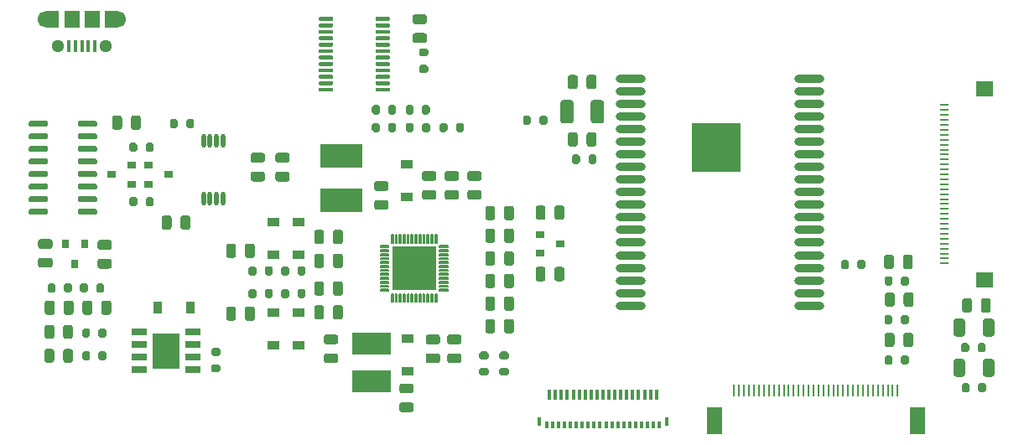
<source format=gtp>
%TF.GenerationSoftware,KiCad,Pcbnew,5.1.10*%
%TF.CreationDate,2021-08-22T15:01:52+02:00*%
%TF.ProjectId,epaper-breakout,65706170-6572-42d6-9272-65616b6f7574,rev?*%
%TF.SameCoordinates,Original*%
%TF.FileFunction,Paste,Top*%
%TF.FilePolarity,Positive*%
%FSLAX46Y46*%
G04 Gerber Fmt 4.6, Leading zero omitted, Abs format (unit mm)*
G04 Created by KiCad (PCBNEW 5.1.10) date 2021-08-22 15:01:52*
%MOMM*%
%LPD*%
G01*
G04 APERTURE LIST*
%ADD10C,0.152400*%
%ADD11R,0.812800X0.254000*%
%ADD12R,1.701800X1.524000*%
%ADD13R,1.600000X2.800000*%
%ADD14R,0.250000X1.300000*%
%ADD15R,0.400000X0.950000*%
%ADD16R,0.300000X0.800000*%
%ADD17R,0.300000X1.000000*%
%ADD18R,1.500000X1.700000*%
%ADD19C,1.290000*%
%ADD20R,0.400000X1.250000*%
%ADD21C,1.700000*%
%ADD22R,1.200000X1.700000*%
%ADD23O,0.449999X1.400000*%
%ADD24R,5.000000X5.000000*%
%ADD25O,3.000000X0.900000*%
%ADD26R,4.399999X4.399999*%
%ADD27R,0.200000X0.850000*%
%ADD28R,0.850000X0.200000*%
%ADD29R,1.200000X0.900000*%
%ADD30R,3.900000X2.200000*%
%ADD31R,4.200000X2.400000*%
%ADD32R,0.900000X1.200000*%
%ADD33R,0.800000X0.900000*%
%ADD34R,1.500000X0.650000*%
%ADD35R,2.700000X3.600000*%
%ADD36R,0.900000X0.800000*%
G04 APERTURE END LIST*
D10*
X68399000Y-48502999D02*
X68399000Y-48353000D01*
X68399000Y-48353000D02*
X67599001Y-48353000D01*
X67599001Y-48353000D02*
X67599001Y-48502999D01*
X67599001Y-48502999D02*
X68399000Y-48502999D01*
X68399000Y-48103000D02*
X68399000Y-47953000D01*
X68399000Y-47953000D02*
X67599001Y-47953000D01*
X67599001Y-47953000D02*
X67599001Y-48103000D01*
X67599001Y-48103000D02*
X68399000Y-48103000D01*
X68399000Y-47703001D02*
X68399000Y-47553001D01*
X68399000Y-47553001D02*
X67599001Y-47553001D01*
X67599001Y-47553001D02*
X67599001Y-47703001D01*
X67599001Y-47703001D02*
X68399000Y-47703001D01*
X68399000Y-47302999D02*
X68399000Y-47152999D01*
X68399000Y-47152999D02*
X67599001Y-47152999D01*
X67599001Y-47152999D02*
X67599001Y-47302999D01*
X67599001Y-47302999D02*
X68399000Y-47302999D01*
X68399000Y-46903000D02*
X68399000Y-46753000D01*
X68399000Y-46753000D02*
X67599001Y-46753000D01*
X67599001Y-46753000D02*
X67599001Y-46903000D01*
X67599001Y-46903000D02*
X68399000Y-46903000D01*
X68399000Y-46503001D02*
X68399000Y-46353001D01*
X68399000Y-46353001D02*
X67599001Y-46353001D01*
X67599001Y-46353001D02*
X67599001Y-46503001D01*
X67599001Y-46503001D02*
X68399000Y-46503001D01*
X68399000Y-46102999D02*
X68399000Y-45952999D01*
X68399000Y-45952999D02*
X67599001Y-45952999D01*
X67599001Y-45952999D02*
X67599001Y-46102999D01*
X67599001Y-46102999D02*
X68399000Y-46102999D01*
X68399000Y-45703000D02*
X68399000Y-45553000D01*
X68399000Y-45553000D02*
X67599001Y-45553000D01*
X67599001Y-45553000D02*
X67599001Y-45703000D01*
X67599001Y-45703000D02*
X68399000Y-45703000D01*
X68399000Y-45303001D02*
X68399000Y-45153001D01*
X68399000Y-45153001D02*
X67599001Y-45153001D01*
X67599001Y-45153001D02*
X67599001Y-45303001D01*
X67599001Y-45303001D02*
X68399000Y-45303001D01*
X68399000Y-44903001D02*
X68399000Y-44752999D01*
X68399000Y-44752999D02*
X67599001Y-44752999D01*
X67599001Y-44752999D02*
X67599001Y-44903001D01*
X67599001Y-44903001D02*
X68399000Y-44903001D01*
X68399000Y-44503000D02*
X68399000Y-44353000D01*
X68399000Y-44353000D02*
X67599001Y-44353000D01*
X67599001Y-44353000D02*
X67599001Y-44503000D01*
X67599001Y-44503000D02*
X68399000Y-44503000D01*
X68399000Y-44103000D02*
X68399000Y-43953001D01*
X68399000Y-43953001D02*
X67599001Y-43953001D01*
X67599001Y-43953001D02*
X67599001Y-44103000D01*
X67599001Y-44103000D02*
X68399000Y-44103000D01*
X67298999Y-43652999D02*
X67298999Y-42853000D01*
X67298999Y-42853000D02*
X67149000Y-42853000D01*
X67149000Y-42853000D02*
X67149000Y-43652999D01*
X67149000Y-43652999D02*
X67298999Y-43652999D01*
X66899000Y-43652999D02*
X66899000Y-42853000D01*
X66899000Y-42853000D02*
X66749000Y-42853000D01*
X66749000Y-42853000D02*
X66749000Y-43652999D01*
X66749000Y-43652999D02*
X66899000Y-43652999D01*
X66499001Y-43652999D02*
X66499001Y-42853000D01*
X66499001Y-42853000D02*
X66349001Y-42853000D01*
X66349001Y-42853000D02*
X66349001Y-43652999D01*
X66349001Y-43652999D02*
X66499001Y-43652999D01*
X66098999Y-43652999D02*
X66098999Y-42853000D01*
X66098999Y-42853000D02*
X65948999Y-42853000D01*
X65948999Y-42853000D02*
X65948999Y-43652999D01*
X65948999Y-43652999D02*
X66098999Y-43652999D01*
X65699000Y-43652999D02*
X65699000Y-42853000D01*
X65699000Y-42853000D02*
X65549000Y-42853000D01*
X65549000Y-42853000D02*
X65549000Y-43652999D01*
X65549000Y-43652999D02*
X65699000Y-43652999D01*
X65299001Y-43652999D02*
X65299001Y-42853000D01*
X65299001Y-42853000D02*
X65149001Y-42853000D01*
X65149001Y-42853000D02*
X65149001Y-43652999D01*
X65149001Y-43652999D02*
X65299001Y-43652999D01*
X64898999Y-43652999D02*
X64898999Y-42853000D01*
X64898999Y-42853000D02*
X64748999Y-42853000D01*
X64748999Y-42853000D02*
X64748999Y-43652999D01*
X64748999Y-43652999D02*
X64898999Y-43652999D01*
X64499000Y-43652999D02*
X64499000Y-42853000D01*
X64499000Y-42853000D02*
X64349000Y-42853000D01*
X64349000Y-42853000D02*
X64349000Y-43652999D01*
X64349000Y-43652999D02*
X64499000Y-43652999D01*
X64099001Y-43652999D02*
X64099001Y-42853000D01*
X64099001Y-42853000D02*
X63949001Y-42853000D01*
X63949001Y-42853000D02*
X63949001Y-43652999D01*
X63949001Y-43652999D02*
X64099001Y-43652999D01*
X63699001Y-43652999D02*
X63699001Y-42853000D01*
X63699001Y-42853000D02*
X63548999Y-42853000D01*
X63548999Y-42853000D02*
X63548999Y-43652999D01*
X63548999Y-43652999D02*
X63699001Y-43652999D01*
X63299000Y-43652999D02*
X63299000Y-42853000D01*
X63299000Y-42853000D02*
X63149000Y-42853000D01*
X63149000Y-42853000D02*
X63149000Y-43652999D01*
X63149000Y-43652999D02*
X63299000Y-43652999D01*
X62899000Y-43652999D02*
X62899000Y-42853000D01*
X62899000Y-42853000D02*
X62749001Y-42853000D01*
X62749001Y-42853000D02*
X62749001Y-43652999D01*
X62749001Y-43652999D02*
X62899000Y-43652999D01*
X62448999Y-44103000D02*
X62448999Y-43953001D01*
X62448999Y-43953001D02*
X61649000Y-43953001D01*
X61649000Y-43953001D02*
X61649000Y-44103000D01*
X61649000Y-44103000D02*
X62448999Y-44103000D01*
X62448999Y-44503000D02*
X62448999Y-44353000D01*
X62448999Y-44353000D02*
X61649000Y-44353000D01*
X61649000Y-44353000D02*
X61649000Y-44503000D01*
X61649000Y-44503000D02*
X62448999Y-44503000D01*
X62448999Y-44902999D02*
X62448999Y-44752999D01*
X62448999Y-44752999D02*
X61649000Y-44752999D01*
X61649000Y-44752999D02*
X61649000Y-44902999D01*
X61649000Y-44902999D02*
X62448999Y-44902999D01*
X62448999Y-45303001D02*
X62448999Y-45153001D01*
X62448999Y-45153001D02*
X61649000Y-45153001D01*
X61649000Y-45153001D02*
X61649000Y-45303001D01*
X61649000Y-45303001D02*
X62448999Y-45303001D01*
X62448999Y-45703000D02*
X62448999Y-45553000D01*
X62448999Y-45553000D02*
X61649000Y-45553000D01*
X61649000Y-45553000D02*
X61649000Y-45703000D01*
X61649000Y-45703000D02*
X62448999Y-45703000D01*
X62448999Y-46102999D02*
X62448999Y-45952999D01*
X62448999Y-45952999D02*
X61649000Y-45952999D01*
X61649000Y-45952999D02*
X61649000Y-46102999D01*
X61649000Y-46102999D02*
X62448999Y-46102999D01*
X62448999Y-46503001D02*
X62448999Y-46353001D01*
X62448999Y-46353001D02*
X61649000Y-46353001D01*
X61649000Y-46353001D02*
X61649000Y-46503001D01*
X61649000Y-46503001D02*
X62448999Y-46503001D01*
X62448999Y-46903000D02*
X62448999Y-46753000D01*
X62448999Y-46753000D02*
X61649000Y-46753000D01*
X61649000Y-46753000D02*
X61649000Y-46903000D01*
X61649000Y-46903000D02*
X62448999Y-46903000D01*
X62448999Y-47302999D02*
X62448999Y-47152999D01*
X62448999Y-47152999D02*
X61649000Y-47152999D01*
X61649000Y-47152999D02*
X61649000Y-47302999D01*
X61649000Y-47302999D02*
X62448999Y-47302999D01*
X62448999Y-47703001D02*
X62448999Y-47552999D01*
X62448999Y-47552999D02*
X61649000Y-47552999D01*
X61649000Y-47552999D02*
X61649000Y-47703001D01*
X61649000Y-47703001D02*
X62448999Y-47703001D01*
X62448999Y-48103000D02*
X62448999Y-47953000D01*
X62448999Y-47953000D02*
X61649000Y-47953000D01*
X61649000Y-47953000D02*
X61649000Y-48103000D01*
X61649000Y-48103000D02*
X62448999Y-48103000D01*
X62448999Y-48502999D02*
X62448999Y-48353000D01*
X62448999Y-48353000D02*
X61649000Y-48353000D01*
X61649000Y-48353000D02*
X61649000Y-48502999D01*
X61649000Y-48502999D02*
X62448999Y-48502999D01*
X62899000Y-49603000D02*
X62899000Y-48803001D01*
X62899000Y-48803001D02*
X62749001Y-48803001D01*
X62749001Y-48803001D02*
X62749001Y-49603000D01*
X62749001Y-49603000D02*
X62899000Y-49603000D01*
X63299000Y-49603000D02*
X63299000Y-48803001D01*
X63299000Y-48803001D02*
X63149000Y-48803001D01*
X63149000Y-48803001D02*
X63149000Y-49603000D01*
X63149000Y-49603000D02*
X63299000Y-49603000D01*
X63698999Y-49603000D02*
X63698999Y-48803001D01*
X63698999Y-48803001D02*
X63548999Y-48803001D01*
X63548999Y-48803001D02*
X63548999Y-49603000D01*
X63548999Y-49603000D02*
X63698999Y-49603000D01*
X64099001Y-49603000D02*
X64099001Y-48803001D01*
X64099001Y-48803001D02*
X63949001Y-48803001D01*
X63949001Y-48803001D02*
X63949001Y-49603000D01*
X63949001Y-49603000D02*
X64099001Y-49603000D01*
X64499000Y-49603000D02*
X64499000Y-48803001D01*
X64499000Y-48803001D02*
X64349000Y-48803001D01*
X64349000Y-48803001D02*
X64349000Y-49603000D01*
X64349000Y-49603000D02*
X64499000Y-49603000D01*
X64898999Y-49603000D02*
X64898999Y-48803001D01*
X64898999Y-48803001D02*
X64748999Y-48803001D01*
X64748999Y-48803001D02*
X64748999Y-49603000D01*
X64748999Y-49603000D02*
X64898999Y-49603000D01*
X65299001Y-49603000D02*
X65299001Y-48803001D01*
X65299001Y-48803001D02*
X65149001Y-48803001D01*
X65149001Y-48803001D02*
X65149001Y-49603000D01*
X65149001Y-49603000D02*
X65299001Y-49603000D01*
X65699000Y-49603000D02*
X65699000Y-48803001D01*
X65699000Y-48803001D02*
X65549000Y-48803001D01*
X65549000Y-48803001D02*
X65549000Y-49603000D01*
X65549000Y-49603000D02*
X65699000Y-49603000D01*
X66098999Y-49603000D02*
X66098999Y-48803001D01*
X66098999Y-48803001D02*
X65948999Y-48803001D01*
X65948999Y-48803001D02*
X65948999Y-49603000D01*
X65948999Y-49603000D02*
X66098999Y-49603000D01*
X66499001Y-49603000D02*
X66499001Y-48803001D01*
X66499001Y-48803001D02*
X66348999Y-48803001D01*
X66348999Y-48803001D02*
X66348999Y-49603000D01*
X66348999Y-49603000D02*
X66499001Y-49603000D01*
X66899000Y-49603000D02*
X66899000Y-48803001D01*
X66899000Y-48803001D02*
X66749000Y-48803001D01*
X66749000Y-48803001D02*
X66749000Y-49603000D01*
X66749000Y-49603000D02*
X66899000Y-49603000D01*
X67298999Y-49603000D02*
X67298999Y-48803001D01*
X67298999Y-48803001D02*
X67149000Y-48803001D01*
X67149000Y-48803001D02*
X67149000Y-49603000D01*
X67149000Y-49603000D02*
X67298999Y-49603000D01*
X67149069Y-48353069D02*
X67149069Y-47902800D01*
X67149069Y-47902800D02*
X66840221Y-47902800D01*
X66840221Y-47902800D02*
X66840221Y-47902800D01*
X66840221Y-47902800D02*
X66698800Y-48044221D01*
X66698800Y-48044221D02*
X66698800Y-48044221D01*
X66698800Y-48044221D02*
X66698800Y-48353069D01*
X66698800Y-48353069D02*
X67149069Y-48353069D01*
X67149069Y-47702800D02*
X67149069Y-47115400D01*
X67149069Y-47115400D02*
X66840221Y-47115400D01*
X66840221Y-47115400D02*
X66840221Y-47115400D01*
X66840221Y-47115400D02*
X66698800Y-47256821D01*
X66698800Y-47256821D02*
X66698800Y-47256821D01*
X66698800Y-47256821D02*
X66698800Y-47561379D01*
X66698800Y-47561379D02*
X66698800Y-47561379D01*
X66698800Y-47561379D02*
X66840221Y-47702800D01*
X66840221Y-47702800D02*
X66840221Y-47702800D01*
X66840221Y-47702800D02*
X67149069Y-47702800D01*
X67149069Y-46915400D02*
X67149069Y-46328000D01*
X67149069Y-46328000D02*
X66840221Y-46328000D01*
X66840221Y-46328000D02*
X66840221Y-46328000D01*
X66840221Y-46328000D02*
X66698800Y-46469421D01*
X66698800Y-46469421D02*
X66698800Y-46469421D01*
X66698800Y-46469421D02*
X66698800Y-46773979D01*
X66698800Y-46773979D02*
X66698800Y-46773979D01*
X66698800Y-46773979D02*
X66840221Y-46915400D01*
X66840221Y-46915400D02*
X66840221Y-46915400D01*
X66840221Y-46915400D02*
X67149069Y-46915400D01*
X67149069Y-46128000D02*
X67149069Y-45540600D01*
X67149069Y-45540600D02*
X66840221Y-45540600D01*
X66840221Y-45540600D02*
X66840221Y-45540600D01*
X66840221Y-45540600D02*
X66698800Y-45682021D01*
X66698800Y-45682021D02*
X66698800Y-45682021D01*
X66698800Y-45682021D02*
X66698800Y-45986579D01*
X66698800Y-45986579D02*
X66698800Y-45986579D01*
X66698800Y-45986579D02*
X66840221Y-46128000D01*
X66840221Y-46128000D02*
X66840221Y-46128000D01*
X66840221Y-46128000D02*
X67149069Y-46128000D01*
X67149069Y-45340600D02*
X67149069Y-44753200D01*
X67149069Y-44753200D02*
X66840221Y-44753200D01*
X66840221Y-44753200D02*
X66840221Y-44753200D01*
X66840221Y-44753200D02*
X66698800Y-44894621D01*
X66698800Y-44894621D02*
X66698800Y-44894621D01*
X66698800Y-44894621D02*
X66698800Y-45199179D01*
X66698800Y-45199179D02*
X66698800Y-45199179D01*
X66698800Y-45199179D02*
X66840221Y-45340600D01*
X66840221Y-45340600D02*
X66840221Y-45340600D01*
X66840221Y-45340600D02*
X67149069Y-45340600D01*
X67149069Y-44553200D02*
X67149069Y-44102931D01*
X67149069Y-44102931D02*
X66698800Y-44102931D01*
X66698800Y-44102931D02*
X66698800Y-44411779D01*
X66698800Y-44411779D02*
X66698800Y-44411779D01*
X66698800Y-44411779D02*
X66840221Y-44553200D01*
X66840221Y-44553200D02*
X66840221Y-44553200D01*
X66840221Y-44553200D02*
X67149069Y-44553200D01*
X66498800Y-48353069D02*
X66498800Y-48044221D01*
X66498800Y-48044221D02*
X66498800Y-48044221D01*
X66498800Y-48044221D02*
X66357379Y-47902800D01*
X66357379Y-47902800D02*
X66357379Y-47902800D01*
X66357379Y-47902800D02*
X66052821Y-47902800D01*
X66052821Y-47902800D02*
X66052821Y-47902800D01*
X66052821Y-47902800D02*
X65911400Y-48044221D01*
X65911400Y-48044221D02*
X65911400Y-48044221D01*
X65911400Y-48044221D02*
X65911400Y-48353069D01*
X65911400Y-48353069D02*
X66498800Y-48353069D01*
X66357379Y-47702800D02*
X66357379Y-47702800D01*
X66357379Y-47702800D02*
X66498800Y-47561379D01*
X66498800Y-47561379D02*
X66498800Y-47561379D01*
X66498800Y-47561379D02*
X66498800Y-47256821D01*
X66498800Y-47256821D02*
X66498800Y-47256821D01*
X66498800Y-47256821D02*
X66357379Y-47115400D01*
X66357379Y-47115400D02*
X66357379Y-47115400D01*
X66357379Y-47115400D02*
X66052821Y-47115400D01*
X66052821Y-47115400D02*
X66052821Y-47115400D01*
X66052821Y-47115400D02*
X65911400Y-47256821D01*
X65911400Y-47256821D02*
X65911400Y-47256821D01*
X65911400Y-47256821D02*
X65911400Y-47561379D01*
X65911400Y-47561379D02*
X65911400Y-47561379D01*
X65911400Y-47561379D02*
X66052821Y-47702800D01*
X66052821Y-47702800D02*
X66052821Y-47702800D01*
X66052821Y-47702800D02*
X66357379Y-47702800D01*
X66357379Y-46915400D02*
X66357379Y-46915400D01*
X66357379Y-46915400D02*
X66498800Y-46773979D01*
X66498800Y-46773979D02*
X66498800Y-46773979D01*
X66498800Y-46773979D02*
X66498800Y-46469421D01*
X66498800Y-46469421D02*
X66498800Y-46469421D01*
X66498800Y-46469421D02*
X66357379Y-46328000D01*
X66357379Y-46328000D02*
X66357379Y-46328000D01*
X66357379Y-46328000D02*
X66052821Y-46328000D01*
X66052821Y-46328000D02*
X66052821Y-46328000D01*
X66052821Y-46328000D02*
X65911400Y-46469421D01*
X65911400Y-46469421D02*
X65911400Y-46469421D01*
X65911400Y-46469421D02*
X65911400Y-46773979D01*
X65911400Y-46773979D02*
X65911400Y-46773979D01*
X65911400Y-46773979D02*
X66052821Y-46915400D01*
X66052821Y-46915400D02*
X66052821Y-46915400D01*
X66052821Y-46915400D02*
X66357379Y-46915400D01*
X66357379Y-46128000D02*
X66357379Y-46128000D01*
X66357379Y-46128000D02*
X66498800Y-45986579D01*
X66498800Y-45986579D02*
X66498800Y-45986579D01*
X66498800Y-45986579D02*
X66498800Y-45682021D01*
X66498800Y-45682021D02*
X66498800Y-45682021D01*
X66498800Y-45682021D02*
X66357379Y-45540600D01*
X66357379Y-45540600D02*
X66357379Y-45540600D01*
X66357379Y-45540600D02*
X66052821Y-45540600D01*
X66052821Y-45540600D02*
X66052821Y-45540600D01*
X66052821Y-45540600D02*
X65911400Y-45682021D01*
X65911400Y-45682021D02*
X65911400Y-45682021D01*
X65911400Y-45682021D02*
X65911400Y-45986579D01*
X65911400Y-45986579D02*
X65911400Y-45986579D01*
X65911400Y-45986579D02*
X66052821Y-46128000D01*
X66052821Y-46128000D02*
X66052821Y-46128000D01*
X66052821Y-46128000D02*
X66357379Y-46128000D01*
X66357379Y-45340600D02*
X66357379Y-45340600D01*
X66357379Y-45340600D02*
X66498800Y-45199179D01*
X66498800Y-45199179D02*
X66498800Y-45199179D01*
X66498800Y-45199179D02*
X66498800Y-44894621D01*
X66498800Y-44894621D02*
X66498800Y-44894621D01*
X66498800Y-44894621D02*
X66357379Y-44753200D01*
X66357379Y-44753200D02*
X66357379Y-44753200D01*
X66357379Y-44753200D02*
X66052821Y-44753200D01*
X66052821Y-44753200D02*
X66052821Y-44753200D01*
X66052821Y-44753200D02*
X65911400Y-44894621D01*
X65911400Y-44894621D02*
X65911400Y-44894621D01*
X65911400Y-44894621D02*
X65911400Y-45199179D01*
X65911400Y-45199179D02*
X65911400Y-45199179D01*
X65911400Y-45199179D02*
X66052821Y-45340600D01*
X66052821Y-45340600D02*
X66052821Y-45340600D01*
X66052821Y-45340600D02*
X66357379Y-45340600D01*
X66357379Y-44553200D02*
X66357379Y-44553200D01*
X66357379Y-44553200D02*
X66498800Y-44411779D01*
X66498800Y-44411779D02*
X66498800Y-44411779D01*
X66498800Y-44411779D02*
X66498800Y-44102931D01*
X66498800Y-44102931D02*
X65911400Y-44102931D01*
X65911400Y-44102931D02*
X65911400Y-44411779D01*
X65911400Y-44411779D02*
X65911400Y-44411779D01*
X65911400Y-44411779D02*
X66052821Y-44553200D01*
X66052821Y-44553200D02*
X66052821Y-44553200D01*
X66052821Y-44553200D02*
X66357379Y-44553200D01*
X65711400Y-48353069D02*
X65711400Y-48044221D01*
X65711400Y-48044221D02*
X65711400Y-48044221D01*
X65711400Y-48044221D02*
X65569979Y-47902800D01*
X65569979Y-47902800D02*
X65569979Y-47902800D01*
X65569979Y-47902800D02*
X65265421Y-47902800D01*
X65265421Y-47902800D02*
X65265421Y-47902800D01*
X65265421Y-47902800D02*
X65124000Y-48044221D01*
X65124000Y-48044221D02*
X65124000Y-48044221D01*
X65124000Y-48044221D02*
X65124000Y-48353069D01*
X65124000Y-48353069D02*
X65711400Y-48353069D01*
X65569979Y-47702800D02*
X65569979Y-47702800D01*
X65569979Y-47702800D02*
X65711400Y-47561379D01*
X65711400Y-47561379D02*
X65711400Y-47561379D01*
X65711400Y-47561379D02*
X65711400Y-47256821D01*
X65711400Y-47256821D02*
X65711400Y-47256821D01*
X65711400Y-47256821D02*
X65569979Y-47115400D01*
X65569979Y-47115400D02*
X65569979Y-47115400D01*
X65569979Y-47115400D02*
X65265421Y-47115400D01*
X65265421Y-47115400D02*
X65265421Y-47115400D01*
X65265421Y-47115400D02*
X65124000Y-47256821D01*
X65124000Y-47256821D02*
X65124000Y-47256821D01*
X65124000Y-47256821D02*
X65124000Y-47561379D01*
X65124000Y-47561379D02*
X65124000Y-47561379D01*
X65124000Y-47561379D02*
X65265421Y-47702800D01*
X65265421Y-47702800D02*
X65265421Y-47702800D01*
X65265421Y-47702800D02*
X65569979Y-47702800D01*
X65569979Y-46915400D02*
X65569979Y-46915400D01*
X65569979Y-46915400D02*
X65711400Y-46773979D01*
X65711400Y-46773979D02*
X65711400Y-46773979D01*
X65711400Y-46773979D02*
X65711400Y-46469421D01*
X65711400Y-46469421D02*
X65711400Y-46469421D01*
X65711400Y-46469421D02*
X65569979Y-46328000D01*
X65569979Y-46328000D02*
X65569979Y-46328000D01*
X65569979Y-46328000D02*
X65265421Y-46328000D01*
X65265421Y-46328000D02*
X65265421Y-46328000D01*
X65265421Y-46328000D02*
X65124000Y-46469421D01*
X65124000Y-46469421D02*
X65124000Y-46469421D01*
X65124000Y-46469421D02*
X65124000Y-46773979D01*
X65124000Y-46773979D02*
X65124000Y-46773979D01*
X65124000Y-46773979D02*
X65265421Y-46915400D01*
X65265421Y-46915400D02*
X65265421Y-46915400D01*
X65265421Y-46915400D02*
X65569979Y-46915400D01*
X65569979Y-46128000D02*
X65569979Y-46128000D01*
X65569979Y-46128000D02*
X65711400Y-45986579D01*
X65711400Y-45986579D02*
X65711400Y-45986579D01*
X65711400Y-45986579D02*
X65711400Y-45682021D01*
X65711400Y-45682021D02*
X65711400Y-45682021D01*
X65711400Y-45682021D02*
X65569979Y-45540600D01*
X65569979Y-45540600D02*
X65569979Y-45540600D01*
X65569979Y-45540600D02*
X65265421Y-45540600D01*
X65265421Y-45540600D02*
X65265421Y-45540600D01*
X65265421Y-45540600D02*
X65124000Y-45682021D01*
X65124000Y-45682021D02*
X65124000Y-45682021D01*
X65124000Y-45682021D02*
X65124000Y-45986579D01*
X65124000Y-45986579D02*
X65124000Y-45986579D01*
X65124000Y-45986579D02*
X65265421Y-46128000D01*
X65265421Y-46128000D02*
X65265421Y-46128000D01*
X65265421Y-46128000D02*
X65569979Y-46128000D01*
X65569979Y-45340600D02*
X65569979Y-45340600D01*
X65569979Y-45340600D02*
X65711400Y-45199179D01*
X65711400Y-45199179D02*
X65711400Y-45199179D01*
X65711400Y-45199179D02*
X65711400Y-44894621D01*
X65711400Y-44894621D02*
X65711400Y-44894621D01*
X65711400Y-44894621D02*
X65569979Y-44753200D01*
X65569979Y-44753200D02*
X65569979Y-44753200D01*
X65569979Y-44753200D02*
X65265421Y-44753200D01*
X65265421Y-44753200D02*
X65265421Y-44753200D01*
X65265421Y-44753200D02*
X65124000Y-44894621D01*
X65124000Y-44894621D02*
X65124000Y-44894621D01*
X65124000Y-44894621D02*
X65124000Y-45199179D01*
X65124000Y-45199179D02*
X65124000Y-45199179D01*
X65124000Y-45199179D02*
X65265421Y-45340600D01*
X65265421Y-45340600D02*
X65265421Y-45340600D01*
X65265421Y-45340600D02*
X65569979Y-45340600D01*
X65569979Y-44553200D02*
X65569979Y-44553200D01*
X65569979Y-44553200D02*
X65711400Y-44411779D01*
X65711400Y-44411779D02*
X65711400Y-44411779D01*
X65711400Y-44411779D02*
X65711400Y-44102931D01*
X65711400Y-44102931D02*
X65124000Y-44102931D01*
X65124000Y-44102931D02*
X65124000Y-44411779D01*
X65124000Y-44411779D02*
X65124000Y-44411779D01*
X65124000Y-44411779D02*
X65265421Y-44553200D01*
X65265421Y-44553200D02*
X65265421Y-44553200D01*
X65265421Y-44553200D02*
X65569979Y-44553200D01*
X64924000Y-48353069D02*
X64924000Y-48044221D01*
X64924000Y-48044221D02*
X64924000Y-48044221D01*
X64924000Y-48044221D02*
X64782579Y-47902800D01*
X64782579Y-47902800D02*
X64782579Y-47902800D01*
X64782579Y-47902800D02*
X64478021Y-47902800D01*
X64478021Y-47902800D02*
X64478021Y-47902800D01*
X64478021Y-47902800D02*
X64336600Y-48044221D01*
X64336600Y-48044221D02*
X64336600Y-48044221D01*
X64336600Y-48044221D02*
X64336600Y-48353069D01*
X64336600Y-48353069D02*
X64924000Y-48353069D01*
X64782579Y-47702800D02*
X64782579Y-47702800D01*
X64782579Y-47702800D02*
X64924000Y-47561379D01*
X64924000Y-47561379D02*
X64924000Y-47561379D01*
X64924000Y-47561379D02*
X64924000Y-47256821D01*
X64924000Y-47256821D02*
X64924000Y-47256821D01*
X64924000Y-47256821D02*
X64782579Y-47115400D01*
X64782579Y-47115400D02*
X64782579Y-47115400D01*
X64782579Y-47115400D02*
X64478021Y-47115400D01*
X64478021Y-47115400D02*
X64478021Y-47115400D01*
X64478021Y-47115400D02*
X64336600Y-47256821D01*
X64336600Y-47256821D02*
X64336600Y-47256821D01*
X64336600Y-47256821D02*
X64336600Y-47561379D01*
X64336600Y-47561379D02*
X64336600Y-47561379D01*
X64336600Y-47561379D02*
X64478021Y-47702800D01*
X64478021Y-47702800D02*
X64478021Y-47702800D01*
X64478021Y-47702800D02*
X64782579Y-47702800D01*
X64782579Y-46915400D02*
X64782579Y-46915400D01*
X64782579Y-46915400D02*
X64924000Y-46773979D01*
X64924000Y-46773979D02*
X64924000Y-46773979D01*
X64924000Y-46773979D02*
X64924000Y-46469421D01*
X64924000Y-46469421D02*
X64924000Y-46469421D01*
X64924000Y-46469421D02*
X64782579Y-46328000D01*
X64782579Y-46328000D02*
X64782579Y-46328000D01*
X64782579Y-46328000D02*
X64478021Y-46328000D01*
X64478021Y-46328000D02*
X64478021Y-46328000D01*
X64478021Y-46328000D02*
X64336600Y-46469421D01*
X64336600Y-46469421D02*
X64336600Y-46469421D01*
X64336600Y-46469421D02*
X64336600Y-46773979D01*
X64336600Y-46773979D02*
X64336600Y-46773979D01*
X64336600Y-46773979D02*
X64478021Y-46915400D01*
X64478021Y-46915400D02*
X64478021Y-46915400D01*
X64478021Y-46915400D02*
X64782579Y-46915400D01*
X64782579Y-46128000D02*
X64782579Y-46128000D01*
X64782579Y-46128000D02*
X64924000Y-45986579D01*
X64924000Y-45986579D02*
X64924000Y-45986579D01*
X64924000Y-45986579D02*
X64924000Y-45682021D01*
X64924000Y-45682021D02*
X64924000Y-45682021D01*
X64924000Y-45682021D02*
X64782579Y-45540600D01*
X64782579Y-45540600D02*
X64782579Y-45540600D01*
X64782579Y-45540600D02*
X64478021Y-45540600D01*
X64478021Y-45540600D02*
X64478021Y-45540600D01*
X64478021Y-45540600D02*
X64336600Y-45682021D01*
X64336600Y-45682021D02*
X64336600Y-45682021D01*
X64336600Y-45682021D02*
X64336600Y-45986579D01*
X64336600Y-45986579D02*
X64336600Y-45986579D01*
X64336600Y-45986579D02*
X64478021Y-46128000D01*
X64478021Y-46128000D02*
X64478021Y-46128000D01*
X64478021Y-46128000D02*
X64782579Y-46128000D01*
X64782579Y-45340600D02*
X64782579Y-45340600D01*
X64782579Y-45340600D02*
X64924000Y-45199179D01*
X64924000Y-45199179D02*
X64924000Y-45199179D01*
X64924000Y-45199179D02*
X64924000Y-44894621D01*
X64924000Y-44894621D02*
X64924000Y-44894621D01*
X64924000Y-44894621D02*
X64782579Y-44753200D01*
X64782579Y-44753200D02*
X64782579Y-44753200D01*
X64782579Y-44753200D02*
X64478021Y-44753200D01*
X64478021Y-44753200D02*
X64478021Y-44753200D01*
X64478021Y-44753200D02*
X64336600Y-44894621D01*
X64336600Y-44894621D02*
X64336600Y-44894621D01*
X64336600Y-44894621D02*
X64336600Y-45199179D01*
X64336600Y-45199179D02*
X64336600Y-45199179D01*
X64336600Y-45199179D02*
X64478021Y-45340600D01*
X64478021Y-45340600D02*
X64478021Y-45340600D01*
X64478021Y-45340600D02*
X64782579Y-45340600D01*
X64782579Y-44553200D02*
X64782579Y-44553200D01*
X64782579Y-44553200D02*
X64924000Y-44411779D01*
X64924000Y-44411779D02*
X64924000Y-44411779D01*
X64924000Y-44411779D02*
X64924000Y-44102931D01*
X64924000Y-44102931D02*
X64336600Y-44102931D01*
X64336600Y-44102931D02*
X64336600Y-44411779D01*
X64336600Y-44411779D02*
X64336600Y-44411779D01*
X64336600Y-44411779D02*
X64478021Y-44553200D01*
X64478021Y-44553200D02*
X64478021Y-44553200D01*
X64478021Y-44553200D02*
X64782579Y-44553200D01*
X64136600Y-48353069D02*
X64136600Y-48044221D01*
X64136600Y-48044221D02*
X64136600Y-48044221D01*
X64136600Y-48044221D02*
X63995179Y-47902800D01*
X63995179Y-47902800D02*
X63995179Y-47902800D01*
X63995179Y-47902800D02*
X63690621Y-47902800D01*
X63690621Y-47902800D02*
X63690621Y-47902800D01*
X63690621Y-47902800D02*
X63549200Y-48044221D01*
X63549200Y-48044221D02*
X63549200Y-48044221D01*
X63549200Y-48044221D02*
X63549200Y-48353069D01*
X63549200Y-48353069D02*
X64136600Y-48353069D01*
X63995179Y-47702800D02*
X63995179Y-47702800D01*
X63995179Y-47702800D02*
X64136600Y-47561379D01*
X64136600Y-47561379D02*
X64136600Y-47561379D01*
X64136600Y-47561379D02*
X64136600Y-47256821D01*
X64136600Y-47256821D02*
X64136600Y-47256821D01*
X64136600Y-47256821D02*
X63995179Y-47115400D01*
X63995179Y-47115400D02*
X63995179Y-47115400D01*
X63995179Y-47115400D02*
X63690621Y-47115400D01*
X63690621Y-47115400D02*
X63690621Y-47115400D01*
X63690621Y-47115400D02*
X63549200Y-47256821D01*
X63549200Y-47256821D02*
X63549200Y-47256821D01*
X63549200Y-47256821D02*
X63549200Y-47561379D01*
X63549200Y-47561379D02*
X63549200Y-47561379D01*
X63549200Y-47561379D02*
X63690621Y-47702800D01*
X63690621Y-47702800D02*
X63690621Y-47702800D01*
X63690621Y-47702800D02*
X63995179Y-47702800D01*
X63995179Y-46915400D02*
X63995179Y-46915400D01*
X63995179Y-46915400D02*
X64136600Y-46773979D01*
X64136600Y-46773979D02*
X64136600Y-46773979D01*
X64136600Y-46773979D02*
X64136600Y-46469421D01*
X64136600Y-46469421D02*
X64136600Y-46469421D01*
X64136600Y-46469421D02*
X63995179Y-46328000D01*
X63995179Y-46328000D02*
X63995179Y-46328000D01*
X63995179Y-46328000D02*
X63690621Y-46328000D01*
X63690621Y-46328000D02*
X63690621Y-46328000D01*
X63690621Y-46328000D02*
X63549200Y-46469421D01*
X63549200Y-46469421D02*
X63549200Y-46469421D01*
X63549200Y-46469421D02*
X63549200Y-46773979D01*
X63549200Y-46773979D02*
X63549200Y-46773979D01*
X63549200Y-46773979D02*
X63690621Y-46915400D01*
X63690621Y-46915400D02*
X63690621Y-46915400D01*
X63690621Y-46915400D02*
X63995179Y-46915400D01*
X63995179Y-46128000D02*
X63995179Y-46128000D01*
X63995179Y-46128000D02*
X64136600Y-45986579D01*
X64136600Y-45986579D02*
X64136600Y-45986579D01*
X64136600Y-45986579D02*
X64136600Y-45682021D01*
X64136600Y-45682021D02*
X64136600Y-45682021D01*
X64136600Y-45682021D02*
X63995179Y-45540600D01*
X63995179Y-45540600D02*
X63995179Y-45540600D01*
X63995179Y-45540600D02*
X63690621Y-45540600D01*
X63690621Y-45540600D02*
X63690621Y-45540600D01*
X63690621Y-45540600D02*
X63549200Y-45682021D01*
X63549200Y-45682021D02*
X63549200Y-45682021D01*
X63549200Y-45682021D02*
X63549200Y-45986579D01*
X63549200Y-45986579D02*
X63549200Y-45986579D01*
X63549200Y-45986579D02*
X63690621Y-46128000D01*
X63690621Y-46128000D02*
X63690621Y-46128000D01*
X63690621Y-46128000D02*
X63995179Y-46128000D01*
X63995179Y-45340600D02*
X63995179Y-45340600D01*
X63995179Y-45340600D02*
X64136600Y-45199179D01*
X64136600Y-45199179D02*
X64136600Y-45199179D01*
X64136600Y-45199179D02*
X64136600Y-44894621D01*
X64136600Y-44894621D02*
X64136600Y-44894621D01*
X64136600Y-44894621D02*
X63995179Y-44753200D01*
X63995179Y-44753200D02*
X63995179Y-44753200D01*
X63995179Y-44753200D02*
X63690621Y-44753200D01*
X63690621Y-44753200D02*
X63690621Y-44753200D01*
X63690621Y-44753200D02*
X63549200Y-44894621D01*
X63549200Y-44894621D02*
X63549200Y-44894621D01*
X63549200Y-44894621D02*
X63549200Y-45199179D01*
X63549200Y-45199179D02*
X63549200Y-45199179D01*
X63549200Y-45199179D02*
X63690621Y-45340600D01*
X63690621Y-45340600D02*
X63690621Y-45340600D01*
X63690621Y-45340600D02*
X63995179Y-45340600D01*
X63995179Y-44553200D02*
X63995179Y-44553200D01*
X63995179Y-44553200D02*
X64136600Y-44411779D01*
X64136600Y-44411779D02*
X64136600Y-44411779D01*
X64136600Y-44411779D02*
X64136600Y-44102931D01*
X64136600Y-44102931D02*
X63549200Y-44102931D01*
X63549200Y-44102931D02*
X63549200Y-44411779D01*
X63549200Y-44411779D02*
X63549200Y-44411779D01*
X63549200Y-44411779D02*
X63690621Y-44553200D01*
X63690621Y-44553200D02*
X63690621Y-44553200D01*
X63690621Y-44553200D02*
X63995179Y-44553200D01*
X63349200Y-48353069D02*
X63349200Y-48044221D01*
X63349200Y-48044221D02*
X63349200Y-48044221D01*
X63349200Y-48044221D02*
X63207779Y-47902800D01*
X63207779Y-47902800D02*
X63207779Y-47902800D01*
X63207779Y-47902800D02*
X62898931Y-47902800D01*
X62898931Y-47902800D02*
X62898931Y-48353069D01*
X62898931Y-48353069D02*
X63349200Y-48353069D01*
X63207779Y-47702800D02*
X63207779Y-47702800D01*
X63207779Y-47702800D02*
X63349200Y-47561379D01*
X63349200Y-47561379D02*
X63349200Y-47561379D01*
X63349200Y-47561379D02*
X63349200Y-47256821D01*
X63349200Y-47256821D02*
X63349200Y-47256821D01*
X63349200Y-47256821D02*
X63207779Y-47115400D01*
X63207779Y-47115400D02*
X63207779Y-47115400D01*
X63207779Y-47115400D02*
X62898931Y-47115400D01*
X62898931Y-47115400D02*
X62898931Y-47702800D01*
X62898931Y-47702800D02*
X63207779Y-47702800D01*
X63207779Y-46915400D02*
X63207779Y-46915400D01*
X63207779Y-46915400D02*
X63349200Y-46773979D01*
X63349200Y-46773979D02*
X63349200Y-46773979D01*
X63349200Y-46773979D02*
X63349200Y-46469421D01*
X63349200Y-46469421D02*
X63349200Y-46469421D01*
X63349200Y-46469421D02*
X63207779Y-46328000D01*
X63207779Y-46328000D02*
X63207779Y-46328000D01*
X63207779Y-46328000D02*
X62898931Y-46328000D01*
X62898931Y-46328000D02*
X62898931Y-46915400D01*
X62898931Y-46915400D02*
X63207779Y-46915400D01*
X63207779Y-46128000D02*
X63207779Y-46128000D01*
X63207779Y-46128000D02*
X63349200Y-45986579D01*
X63349200Y-45986579D02*
X63349200Y-45986579D01*
X63349200Y-45986579D02*
X63349200Y-45682021D01*
X63349200Y-45682021D02*
X63349200Y-45682021D01*
X63349200Y-45682021D02*
X63207779Y-45540600D01*
X63207779Y-45540600D02*
X63207779Y-45540600D01*
X63207779Y-45540600D02*
X62898931Y-45540600D01*
X62898931Y-45540600D02*
X62898931Y-46128000D01*
X62898931Y-46128000D02*
X63207779Y-46128000D01*
X63207779Y-45340600D02*
X63207779Y-45340600D01*
X63207779Y-45340600D02*
X63349200Y-45199179D01*
X63349200Y-45199179D02*
X63349200Y-45199179D01*
X63349200Y-45199179D02*
X63349200Y-44894621D01*
X63349200Y-44894621D02*
X63349200Y-44894621D01*
X63349200Y-44894621D02*
X63207779Y-44753200D01*
X63207779Y-44753200D02*
X63207779Y-44753200D01*
X63207779Y-44753200D02*
X62898931Y-44753200D01*
X62898931Y-44753200D02*
X62898931Y-45340600D01*
X62898931Y-45340600D02*
X63207779Y-45340600D01*
X63207779Y-44553200D02*
X63207779Y-44553200D01*
X63207779Y-44553200D02*
X63349200Y-44411779D01*
X63349200Y-44411779D02*
X63349200Y-44411779D01*
X63349200Y-44411779D02*
X63349200Y-44102931D01*
X63349200Y-44102931D02*
X62898931Y-44102931D01*
X62898931Y-44102931D02*
X62898931Y-44553200D01*
X62898931Y-44553200D02*
X63207779Y-44553200D01*
D11*
X118588300Y-45727399D03*
X118588300Y-45227400D03*
X118588300Y-44727399D03*
X118588300Y-44227400D03*
X118588300Y-43727398D03*
X118588300Y-43227399D03*
X118588300Y-42727400D03*
X118588300Y-42227399D03*
X118588300Y-41727400D03*
X118588300Y-41227398D03*
X118588300Y-40727399D03*
X118588300Y-40227400D03*
X118588300Y-39727399D03*
X118588300Y-39227400D03*
X118588300Y-38727398D03*
X118588300Y-38227399D03*
X118588300Y-37727400D03*
X118588300Y-37227398D03*
X118588300Y-36727399D03*
X118588300Y-36227400D03*
X118588300Y-35727399D03*
X118588300Y-35227400D03*
X118588300Y-34727398D03*
X118588300Y-34227399D03*
X118588300Y-33727400D03*
X118588300Y-33227399D03*
X118588300Y-32727400D03*
X118588300Y-32227398D03*
X118588300Y-31727399D03*
X118588300Y-31227400D03*
X118588300Y-30727399D03*
X118588300Y-30227400D03*
X118588300Y-29727398D03*
D12*
X122601500Y-28075400D03*
X122601500Y-47379400D03*
D13*
X115850000Y-61600000D03*
X95350000Y-61600000D03*
D14*
X113850000Y-58600000D03*
X113350000Y-58600000D03*
X112850000Y-58600000D03*
X112350000Y-58600000D03*
X111850000Y-58600000D03*
X111350000Y-58600000D03*
X110850000Y-58600000D03*
X110350000Y-58600000D03*
X109850000Y-58600000D03*
X109350000Y-58600000D03*
X108850000Y-58600000D03*
X108350000Y-58600000D03*
X107850000Y-58600000D03*
X107350000Y-58600000D03*
X106850000Y-58600000D03*
X106350000Y-58600000D03*
X105850000Y-58600000D03*
X105350000Y-58600000D03*
X104850000Y-58600000D03*
X104350000Y-58600000D03*
X103850000Y-58600000D03*
X103350000Y-58600000D03*
X102850000Y-58600000D03*
X102350000Y-58600000D03*
X101850000Y-58600000D03*
X101350000Y-58600000D03*
X100850000Y-58600000D03*
X100350000Y-58600000D03*
X99850000Y-58600000D03*
X99350000Y-58600000D03*
X98850000Y-58600000D03*
X98350000Y-58600000D03*
X97850000Y-58600000D03*
X97350000Y-58600000D03*
D15*
X90500000Y-61725000D03*
X77700000Y-61725000D03*
D16*
X89800000Y-62000000D03*
D17*
X89500000Y-59000000D03*
D16*
X89200000Y-62000000D03*
D17*
X88900000Y-59000000D03*
D16*
X88600000Y-62000000D03*
D17*
X88300000Y-59000000D03*
D16*
X88000000Y-62000000D03*
D17*
X87700000Y-59000000D03*
D16*
X87400000Y-62000000D03*
D17*
X87100000Y-59000000D03*
D16*
X86800000Y-62000000D03*
D17*
X86500000Y-59000000D03*
D16*
X86200000Y-62000000D03*
D17*
X85900000Y-59000000D03*
D16*
X85600000Y-62000000D03*
D17*
X85300000Y-59000000D03*
D16*
X85000000Y-62000000D03*
D17*
X84700000Y-59000000D03*
D16*
X84400000Y-62000000D03*
D17*
X84100000Y-59000000D03*
D16*
X83800000Y-62000000D03*
D17*
X83500000Y-59000000D03*
D16*
X83200000Y-62000000D03*
D17*
X82900000Y-59000000D03*
D16*
X82600000Y-62000000D03*
D17*
X82300000Y-59000000D03*
D16*
X82000000Y-62000000D03*
D17*
X81700000Y-59000000D03*
D16*
X81400000Y-62000000D03*
D17*
X81100000Y-59000000D03*
D16*
X80800000Y-62000000D03*
D17*
X80500000Y-59000000D03*
D16*
X80200000Y-62000000D03*
D17*
X79900000Y-59000000D03*
D16*
X79600000Y-62000000D03*
D17*
X79300000Y-59000000D03*
D16*
X79000000Y-62000000D03*
D17*
X78700000Y-59000000D03*
D16*
X78400000Y-62000000D03*
G36*
G01*
X65125000Y-22450000D02*
X66075000Y-22450000D01*
G75*
G02*
X66325000Y-22700000I0J-250000D01*
G01*
X66325000Y-23200000D01*
G75*
G02*
X66075000Y-23450000I-250000J0D01*
G01*
X65125000Y-23450000D01*
G75*
G02*
X64875000Y-23200000I0J250000D01*
G01*
X64875000Y-22700000D01*
G75*
G02*
X65125000Y-22450000I250000J0D01*
G01*
G37*
G36*
G01*
X65125000Y-20550000D02*
X66075000Y-20550000D01*
G75*
G02*
X66325000Y-20800000I0J-250000D01*
G01*
X66325000Y-21300000D01*
G75*
G02*
X66075000Y-21550000I-250000J0D01*
G01*
X65125000Y-21550000D01*
G75*
G02*
X64875000Y-21300000I0J250000D01*
G01*
X64875000Y-20800000D01*
G75*
G02*
X65125000Y-20550000I250000J0D01*
G01*
G37*
G36*
G01*
X74110000Y-47973000D02*
X74110000Y-47023000D01*
G75*
G02*
X74360000Y-46773000I250000J0D01*
G01*
X74860000Y-46773000D01*
G75*
G02*
X75110000Y-47023000I0J-250000D01*
G01*
X75110000Y-47973000D01*
G75*
G02*
X74860000Y-48223000I-250000J0D01*
G01*
X74360000Y-48223000D01*
G75*
G02*
X74110000Y-47973000I0J250000D01*
G01*
G37*
G36*
G01*
X72210000Y-47973000D02*
X72210000Y-47023000D01*
G75*
G02*
X72460000Y-46773000I250000J0D01*
G01*
X72960000Y-46773000D01*
G75*
G02*
X73210000Y-47023000I0J-250000D01*
G01*
X73210000Y-47973000D01*
G75*
G02*
X72960000Y-48223000I-250000J0D01*
G01*
X72460000Y-48223000D01*
G75*
G02*
X72210000Y-47973000I0J250000D01*
G01*
G37*
G36*
G01*
X77300000Y-41075000D02*
X77300000Y-40125000D01*
G75*
G02*
X77550000Y-39875000I250000J0D01*
G01*
X78050000Y-39875000D01*
G75*
G02*
X78300000Y-40125000I0J-250000D01*
G01*
X78300000Y-41075000D01*
G75*
G02*
X78050000Y-41325000I-250000J0D01*
G01*
X77550000Y-41325000D01*
G75*
G02*
X77300000Y-41075000I0J250000D01*
G01*
G37*
G36*
G01*
X79200000Y-41075000D02*
X79200000Y-40125000D01*
G75*
G02*
X79450000Y-39875000I250000J0D01*
G01*
X79950000Y-39875000D01*
G75*
G02*
X80200000Y-40125000I0J-250000D01*
G01*
X80200000Y-41075000D01*
G75*
G02*
X79950000Y-41325000I-250000J0D01*
G01*
X79450000Y-41325000D01*
G75*
G02*
X79200000Y-41075000I0J250000D01*
G01*
G37*
G36*
G01*
X80200000Y-46325000D02*
X80200000Y-47275000D01*
G75*
G02*
X79950000Y-47525000I-250000J0D01*
G01*
X79450000Y-47525000D01*
G75*
G02*
X79200000Y-47275000I0J250000D01*
G01*
X79200000Y-46325000D01*
G75*
G02*
X79450000Y-46075000I250000J0D01*
G01*
X79950000Y-46075000D01*
G75*
G02*
X80200000Y-46325000I0J-250000D01*
G01*
G37*
G36*
G01*
X78300000Y-46325000D02*
X78300000Y-47275000D01*
G75*
G02*
X78050000Y-47525000I-250000J0D01*
G01*
X77550000Y-47525000D01*
G75*
G02*
X77300000Y-47275000I0J250000D01*
G01*
X77300000Y-46325000D01*
G75*
G02*
X77550000Y-46075000I250000J0D01*
G01*
X78050000Y-46075000D01*
G75*
G02*
X78300000Y-46325000I0J-250000D01*
G01*
G37*
G36*
G01*
X73210000Y-44749700D02*
X73210000Y-45699700D01*
G75*
G02*
X72960000Y-45949700I-250000J0D01*
G01*
X72460000Y-45949700D01*
G75*
G02*
X72210000Y-45699700I0J250000D01*
G01*
X72210000Y-44749700D01*
G75*
G02*
X72460000Y-44499700I250000J0D01*
G01*
X72960000Y-44499700D01*
G75*
G02*
X73210000Y-44749700I0J-250000D01*
G01*
G37*
G36*
G01*
X75110000Y-44749700D02*
X75110000Y-45699700D01*
G75*
G02*
X74860000Y-45949700I-250000J0D01*
G01*
X74360000Y-45949700D01*
G75*
G02*
X74110000Y-45699700I0J250000D01*
G01*
X74110000Y-44749700D01*
G75*
G02*
X74360000Y-44499700I250000J0D01*
G01*
X74860000Y-44499700D01*
G75*
G02*
X75110000Y-44749700I0J-250000D01*
G01*
G37*
G36*
G01*
X70645000Y-38296000D02*
X71595000Y-38296000D01*
G75*
G02*
X71845000Y-38546000I0J-250000D01*
G01*
X71845000Y-39046000D01*
G75*
G02*
X71595000Y-39296000I-250000J0D01*
G01*
X70645000Y-39296000D01*
G75*
G02*
X70395000Y-39046000I0J250000D01*
G01*
X70395000Y-38546000D01*
G75*
G02*
X70645000Y-38296000I250000J0D01*
G01*
G37*
G36*
G01*
X70645000Y-36396000D02*
X71595000Y-36396000D01*
G75*
G02*
X71845000Y-36646000I0J-250000D01*
G01*
X71845000Y-37146000D01*
G75*
G02*
X71595000Y-37396000I-250000J0D01*
G01*
X70645000Y-37396000D01*
G75*
G02*
X70395000Y-37146000I0J250000D01*
G01*
X70395000Y-36646000D01*
G75*
G02*
X70645000Y-36396000I250000J0D01*
G01*
G37*
G36*
G01*
X69309000Y-37396000D02*
X68359000Y-37396000D01*
G75*
G02*
X68109000Y-37146000I0J250000D01*
G01*
X68109000Y-36646000D01*
G75*
G02*
X68359000Y-36396000I250000J0D01*
G01*
X69309000Y-36396000D01*
G75*
G02*
X69559000Y-36646000I0J-250000D01*
G01*
X69559000Y-37146000D01*
G75*
G02*
X69309000Y-37396000I-250000J0D01*
G01*
G37*
G36*
G01*
X69309000Y-39296000D02*
X68359000Y-39296000D01*
G75*
G02*
X68109000Y-39046000I0J250000D01*
G01*
X68109000Y-38546000D01*
G75*
G02*
X68359000Y-38296000I250000J0D01*
G01*
X69309000Y-38296000D01*
G75*
G02*
X69559000Y-38546000I0J-250000D01*
G01*
X69559000Y-39046000D01*
G75*
G02*
X69309000Y-39296000I-250000J0D01*
G01*
G37*
G36*
G01*
X73210000Y-49309000D02*
X73210000Y-50259000D01*
G75*
G02*
X72960000Y-50509000I-250000J0D01*
G01*
X72460000Y-50509000D01*
G75*
G02*
X72210000Y-50259000I0J250000D01*
G01*
X72210000Y-49309000D01*
G75*
G02*
X72460000Y-49059000I250000J0D01*
G01*
X72960000Y-49059000D01*
G75*
G02*
X73210000Y-49309000I0J-250000D01*
G01*
G37*
G36*
G01*
X75110000Y-49309000D02*
X75110000Y-50259000D01*
G75*
G02*
X74860000Y-50509000I-250000J0D01*
G01*
X74360000Y-50509000D01*
G75*
G02*
X74110000Y-50259000I0J250000D01*
G01*
X74110000Y-49309000D01*
G75*
G02*
X74360000Y-49059000I250000J0D01*
G01*
X74860000Y-49059000D01*
G75*
G02*
X75110000Y-49309000I0J-250000D01*
G01*
G37*
G36*
G01*
X74110000Y-41115000D02*
X74110000Y-40165000D01*
G75*
G02*
X74360000Y-39915000I250000J0D01*
G01*
X74860000Y-39915000D01*
G75*
G02*
X75110000Y-40165000I0J-250000D01*
G01*
X75110000Y-41115000D01*
G75*
G02*
X74860000Y-41365000I-250000J0D01*
G01*
X74360000Y-41365000D01*
G75*
G02*
X74110000Y-41115000I0J250000D01*
G01*
G37*
G36*
G01*
X72210000Y-41115000D02*
X72210000Y-40165000D01*
G75*
G02*
X72460000Y-39915000I250000J0D01*
G01*
X72960000Y-39915000D01*
G75*
G02*
X73210000Y-40165000I0J-250000D01*
G01*
X73210000Y-41115000D01*
G75*
G02*
X72960000Y-41365000I-250000J0D01*
G01*
X72460000Y-41365000D01*
G75*
G02*
X72210000Y-41115000I0J250000D01*
G01*
G37*
G36*
G01*
X73210000Y-51595000D02*
X73210000Y-52545000D01*
G75*
G02*
X72960000Y-52795000I-250000J0D01*
G01*
X72460000Y-52795000D01*
G75*
G02*
X72210000Y-52545000I0J250000D01*
G01*
X72210000Y-51595000D01*
G75*
G02*
X72460000Y-51345000I250000J0D01*
G01*
X72960000Y-51345000D01*
G75*
G02*
X73210000Y-51595000I0J-250000D01*
G01*
G37*
G36*
G01*
X75110000Y-51595000D02*
X75110000Y-52545000D01*
G75*
G02*
X74860000Y-52795000I-250000J0D01*
G01*
X74360000Y-52795000D01*
G75*
G02*
X74110000Y-52545000I0J250000D01*
G01*
X74110000Y-51595000D01*
G75*
G02*
X74360000Y-51345000I250000J0D01*
G01*
X74860000Y-51345000D01*
G75*
G02*
X75110000Y-51595000I0J-250000D01*
G01*
G37*
G36*
G01*
X62197000Y-38412000D02*
X61247000Y-38412000D01*
G75*
G02*
X60997000Y-38162000I0J250000D01*
G01*
X60997000Y-37662000D01*
G75*
G02*
X61247000Y-37412000I250000J0D01*
G01*
X62197000Y-37412000D01*
G75*
G02*
X62447000Y-37662000I0J-250000D01*
G01*
X62447000Y-38162000D01*
G75*
G02*
X62197000Y-38412000I-250000J0D01*
G01*
G37*
G36*
G01*
X62197000Y-40312000D02*
X61247000Y-40312000D01*
G75*
G02*
X60997000Y-40062000I0J250000D01*
G01*
X60997000Y-39562000D01*
G75*
G02*
X61247000Y-39312000I250000J0D01*
G01*
X62197000Y-39312000D01*
G75*
G02*
X62447000Y-39562000I0J-250000D01*
G01*
X62447000Y-40062000D01*
G75*
G02*
X62197000Y-40312000I-250000J0D01*
G01*
G37*
G36*
G01*
X122255000Y-50443000D02*
X122255000Y-49493000D01*
G75*
G02*
X122505000Y-49243000I250000J0D01*
G01*
X123005000Y-49243000D01*
G75*
G02*
X123255000Y-49493000I0J-250000D01*
G01*
X123255000Y-50443000D01*
G75*
G02*
X123005000Y-50693000I-250000J0D01*
G01*
X122505000Y-50693000D01*
G75*
G02*
X122255000Y-50443000I0J250000D01*
G01*
G37*
G36*
G01*
X120355000Y-50443000D02*
X120355000Y-49493000D01*
G75*
G02*
X120605000Y-49243000I250000J0D01*
G01*
X121105000Y-49243000D01*
G75*
G02*
X121355000Y-49493000I0J-250000D01*
G01*
X121355000Y-50443000D01*
G75*
G02*
X121105000Y-50693000I-250000J0D01*
G01*
X120605000Y-50693000D01*
G75*
G02*
X120355000Y-50443000I0J250000D01*
G01*
G37*
G36*
G01*
X67023000Y-37396000D02*
X66073000Y-37396000D01*
G75*
G02*
X65823000Y-37146000I0J250000D01*
G01*
X65823000Y-36646000D01*
G75*
G02*
X66073000Y-36396000I250000J0D01*
G01*
X67023000Y-36396000D01*
G75*
G02*
X67273000Y-36646000I0J-250000D01*
G01*
X67273000Y-37146000D01*
G75*
G02*
X67023000Y-37396000I-250000J0D01*
G01*
G37*
G36*
G01*
X67023000Y-39296000D02*
X66073000Y-39296000D01*
G75*
G02*
X65823000Y-39046000I0J250000D01*
G01*
X65823000Y-38546000D01*
G75*
G02*
X66073000Y-38296000I250000J0D01*
G01*
X67023000Y-38296000D01*
G75*
G02*
X67273000Y-38546000I0J-250000D01*
G01*
X67273000Y-39046000D01*
G75*
G02*
X67023000Y-39296000I-250000J0D01*
G01*
G37*
G36*
G01*
X57117000Y-53906000D02*
X56167000Y-53906000D01*
G75*
G02*
X55917000Y-53656000I0J250000D01*
G01*
X55917000Y-53156000D01*
G75*
G02*
X56167000Y-52906000I250000J0D01*
G01*
X57117000Y-52906000D01*
G75*
G02*
X57367000Y-53156000I0J-250000D01*
G01*
X57367000Y-53656000D01*
G75*
G02*
X57117000Y-53906000I-250000J0D01*
G01*
G37*
G36*
G01*
X57117000Y-55806000D02*
X56167000Y-55806000D01*
G75*
G02*
X55917000Y-55556000I0J250000D01*
G01*
X55917000Y-55056000D01*
G75*
G02*
X56167000Y-54806000I250000J0D01*
G01*
X57117000Y-54806000D01*
G75*
G02*
X57367000Y-55056000I0J-250000D01*
G01*
X57367000Y-55556000D01*
G75*
G02*
X57117000Y-55806000I-250000J0D01*
G01*
G37*
G36*
G01*
X67404000Y-53906000D02*
X66454000Y-53906000D01*
G75*
G02*
X66204000Y-53656000I0J250000D01*
G01*
X66204000Y-53156000D01*
G75*
G02*
X66454000Y-52906000I250000J0D01*
G01*
X67404000Y-52906000D01*
G75*
G02*
X67654000Y-53156000I0J-250000D01*
G01*
X67654000Y-53656000D01*
G75*
G02*
X67404000Y-53906000I-250000J0D01*
G01*
G37*
G36*
G01*
X67404000Y-55806000D02*
X66454000Y-55806000D01*
G75*
G02*
X66204000Y-55556000I0J250000D01*
G01*
X66204000Y-55056000D01*
G75*
G02*
X66454000Y-54806000I250000J0D01*
G01*
X67404000Y-54806000D01*
G75*
G02*
X67654000Y-55056000I0J-250000D01*
G01*
X67654000Y-55556000D01*
G75*
G02*
X67404000Y-55806000I-250000J0D01*
G01*
G37*
G36*
G01*
X69563000Y-53906000D02*
X68613000Y-53906000D01*
G75*
G02*
X68363000Y-53656000I0J250000D01*
G01*
X68363000Y-53156000D01*
G75*
G02*
X68613000Y-52906000I250000J0D01*
G01*
X69563000Y-52906000D01*
G75*
G02*
X69813000Y-53156000I0J-250000D01*
G01*
X69813000Y-53656000D01*
G75*
G02*
X69563000Y-53906000I-250000J0D01*
G01*
G37*
G36*
G01*
X69563000Y-55806000D02*
X68613000Y-55806000D01*
G75*
G02*
X68363000Y-55556000I0J250000D01*
G01*
X68363000Y-55056000D01*
G75*
G02*
X68613000Y-54806000I250000J0D01*
G01*
X69563000Y-54806000D01*
G75*
G02*
X69813000Y-55056000I0J-250000D01*
G01*
X69813000Y-55556000D01*
G75*
G02*
X69563000Y-55806000I-250000J0D01*
G01*
G37*
G36*
G01*
X64737000Y-58859000D02*
X63787000Y-58859000D01*
G75*
G02*
X63537000Y-58609000I0J250000D01*
G01*
X63537000Y-58109000D01*
G75*
G02*
X63787000Y-57859000I250000J0D01*
G01*
X64737000Y-57859000D01*
G75*
G02*
X64987000Y-58109000I0J-250000D01*
G01*
X64987000Y-58609000D01*
G75*
G02*
X64737000Y-58859000I-250000J0D01*
G01*
G37*
G36*
G01*
X64737000Y-60759000D02*
X63787000Y-60759000D01*
G75*
G02*
X63537000Y-60509000I0J250000D01*
G01*
X63537000Y-60009000D01*
G75*
G02*
X63787000Y-59759000I250000J0D01*
G01*
X64737000Y-59759000D01*
G75*
G02*
X64987000Y-60009000I0J-250000D01*
G01*
X64987000Y-60509000D01*
G75*
G02*
X64737000Y-60759000I-250000J0D01*
G01*
G37*
D18*
X30500000Y-21065000D03*
D19*
X33925000Y-23765000D03*
D20*
X32150000Y-23765000D03*
X32800000Y-23765000D03*
X30200000Y-23765000D03*
X30850000Y-23765000D03*
X31500000Y-23765000D03*
D19*
X29075000Y-23765000D03*
D18*
X32500000Y-21065000D03*
D21*
X35100000Y-21065000D03*
X27900000Y-21065000D03*
D22*
X28600000Y-21065000D03*
X34400000Y-21065000D03*
D23*
X45724999Y-33299998D03*
X45074998Y-33299998D03*
X44424999Y-33299998D03*
X43774998Y-33299998D03*
X43774998Y-39199999D03*
X44424999Y-39199999D03*
X45074998Y-39199999D03*
X45724999Y-39199999D03*
G36*
G01*
X41175000Y-31325000D02*
X41175000Y-31875000D01*
G75*
G02*
X40975000Y-32075000I-200000J0D01*
G01*
X40575000Y-32075000D01*
G75*
G02*
X40375000Y-31875000I0J200000D01*
G01*
X40375000Y-31325000D01*
G75*
G02*
X40575000Y-31125000I200000J0D01*
G01*
X40975000Y-31125000D01*
G75*
G02*
X41175000Y-31325000I0J-200000D01*
G01*
G37*
G36*
G01*
X42825000Y-31325000D02*
X42825000Y-31875000D01*
G75*
G02*
X42625000Y-32075000I-200000J0D01*
G01*
X42225000Y-32075000D01*
G75*
G02*
X42025000Y-31875000I0J200000D01*
G01*
X42025000Y-31325000D01*
G75*
G02*
X42225000Y-31125000I200000J0D01*
G01*
X42625000Y-31125000D01*
G75*
G02*
X42825000Y-31325000I0J-200000D01*
G01*
G37*
G36*
G01*
X41450000Y-42075000D02*
X41450000Y-41125000D01*
G75*
G02*
X41700000Y-40875000I250000J0D01*
G01*
X42200000Y-40875000D01*
G75*
G02*
X42450000Y-41125000I0J-250000D01*
G01*
X42450000Y-42075000D01*
G75*
G02*
X42200000Y-42325000I-250000J0D01*
G01*
X41700000Y-42325000D01*
G75*
G02*
X41450000Y-42075000I0J250000D01*
G01*
G37*
G36*
G01*
X39550000Y-42075000D02*
X39550000Y-41125000D01*
G75*
G02*
X39800000Y-40875000I250000J0D01*
G01*
X40300000Y-40875000D01*
G75*
G02*
X40550000Y-41125000I0J-250000D01*
G01*
X40550000Y-42075000D01*
G75*
G02*
X40300000Y-42325000I-250000J0D01*
G01*
X39800000Y-42325000D01*
G75*
G02*
X39550000Y-42075000I0J250000D01*
G01*
G37*
G36*
G01*
X49725000Y-35550000D02*
X48775000Y-35550000D01*
G75*
G02*
X48525000Y-35300000I0J250000D01*
G01*
X48525000Y-34800000D01*
G75*
G02*
X48775000Y-34550000I250000J0D01*
G01*
X49725000Y-34550000D01*
G75*
G02*
X49975000Y-34800000I0J-250000D01*
G01*
X49975000Y-35300000D01*
G75*
G02*
X49725000Y-35550000I-250000J0D01*
G01*
G37*
G36*
G01*
X49725000Y-37450000D02*
X48775000Y-37450000D01*
G75*
G02*
X48525000Y-37200000I0J250000D01*
G01*
X48525000Y-36700000D01*
G75*
G02*
X48775000Y-36450000I250000J0D01*
G01*
X49725000Y-36450000D01*
G75*
G02*
X49975000Y-36700000I0J-250000D01*
G01*
X49975000Y-37200000D01*
G75*
G02*
X49725000Y-37450000I-250000J0D01*
G01*
G37*
D24*
X95500000Y-34030000D03*
D25*
X86900000Y-27110000D03*
X86900000Y-28380000D03*
X86900000Y-29650000D03*
X86900000Y-30920000D03*
X86900000Y-32190000D03*
X86900000Y-33460000D03*
X86900000Y-34730000D03*
X86900000Y-36000000D03*
X86900000Y-37270000D03*
X86900000Y-38540000D03*
X86900000Y-39810000D03*
X86900000Y-41080000D03*
X86900000Y-42350000D03*
X86900000Y-43620000D03*
X86900000Y-44920000D03*
X86900000Y-46190000D03*
X86900000Y-47460000D03*
X86900000Y-48730000D03*
X86900000Y-50000000D03*
X104900000Y-50000000D03*
X104900000Y-48730000D03*
X104900000Y-47460000D03*
X104900000Y-46190000D03*
X104900000Y-44920000D03*
X104930000Y-43620000D03*
X104930000Y-42350000D03*
X104930000Y-41080000D03*
X104930000Y-39810000D03*
X104930000Y-38540000D03*
X104930000Y-37270000D03*
X104930000Y-36000000D03*
X104930000Y-34730000D03*
X104930000Y-33460000D03*
X104930000Y-32190000D03*
X104930000Y-30920000D03*
X104930000Y-29650000D03*
X104930000Y-28380000D03*
X104930000Y-27110000D03*
D26*
X65024000Y-46228000D03*
D27*
X67224001Y-49203000D03*
X66823999Y-49203000D03*
X66424000Y-49203000D03*
X66024001Y-49203000D03*
X65623999Y-49203000D03*
X65224000Y-49203000D03*
X64824000Y-49203000D03*
X64424001Y-49203000D03*
X64023999Y-49203000D03*
X63624000Y-49203000D03*
X63224001Y-49203000D03*
X62823999Y-49203000D03*
D28*
X62049000Y-48428001D03*
X62049000Y-48027999D03*
X62049000Y-47628000D03*
X62049000Y-47228001D03*
X62049000Y-46827999D03*
X62049000Y-46428000D03*
X62049000Y-46028000D03*
X62049000Y-45628001D03*
X62049000Y-45227999D03*
X62049000Y-44828000D03*
X62049000Y-44428001D03*
X62049000Y-44027999D03*
D27*
X62823999Y-43253000D03*
X63224001Y-43253000D03*
X63624000Y-43253000D03*
X64023999Y-43253000D03*
X64424001Y-43253000D03*
X64824000Y-43253000D03*
X65224000Y-43253000D03*
X65623999Y-43253000D03*
X66024001Y-43253000D03*
X66424000Y-43253000D03*
X66823999Y-43253000D03*
X67224001Y-43253000D03*
D28*
X67999000Y-44027999D03*
X67999000Y-44428001D03*
X67999000Y-44828000D03*
X67999000Y-45227999D03*
X67999000Y-45628001D03*
X67999000Y-46028000D03*
X67999000Y-46428000D03*
X67999000Y-46827999D03*
X67999000Y-47228001D03*
X67999000Y-47628000D03*
X67999000Y-48027999D03*
X67999000Y-48428001D03*
G36*
G01*
X113325000Y-51141000D02*
X113325000Y-51691000D01*
G75*
G02*
X113125000Y-51891000I-200000J0D01*
G01*
X112725000Y-51891000D01*
G75*
G02*
X112525000Y-51691000I0J200000D01*
G01*
X112525000Y-51141000D01*
G75*
G02*
X112725000Y-50941000I200000J0D01*
G01*
X113125000Y-50941000D01*
G75*
G02*
X113325000Y-51141000I0J-200000D01*
G01*
G37*
G36*
G01*
X114975000Y-51141000D02*
X114975000Y-51691000D01*
G75*
G02*
X114775000Y-51891000I-200000J0D01*
G01*
X114375000Y-51891000D01*
G75*
G02*
X114175000Y-51691000I0J200000D01*
G01*
X114175000Y-51141000D01*
G75*
G02*
X114375000Y-50941000I200000J0D01*
G01*
X114775000Y-50941000D01*
G75*
G02*
X114975000Y-51141000I0J-200000D01*
G01*
G37*
D29*
X64389000Y-53341000D03*
X64389000Y-56641000D03*
G36*
G01*
X55938000Y-44991000D02*
X55938000Y-45941000D01*
G75*
G02*
X55688000Y-46191000I-250000J0D01*
G01*
X55188000Y-46191000D01*
G75*
G02*
X54938000Y-45941000I0J250000D01*
G01*
X54938000Y-44991000D01*
G75*
G02*
X55188000Y-44741000I250000J0D01*
G01*
X55688000Y-44741000D01*
G75*
G02*
X55938000Y-44991000I0J-250000D01*
G01*
G37*
G36*
G01*
X57838000Y-44991000D02*
X57838000Y-45941000D01*
G75*
G02*
X57588000Y-46191000I-250000J0D01*
G01*
X57088000Y-46191000D01*
G75*
G02*
X56838000Y-45941000I0J250000D01*
G01*
X56838000Y-44991000D01*
G75*
G02*
X57088000Y-44741000I250000J0D01*
G01*
X57588000Y-44741000D01*
G75*
G02*
X57838000Y-44991000I0J-250000D01*
G01*
G37*
G36*
G01*
X113325000Y-55221000D02*
X113325000Y-55771000D01*
G75*
G02*
X113125000Y-55971000I-200000J0D01*
G01*
X112725000Y-55971000D01*
G75*
G02*
X112525000Y-55771000I0J200000D01*
G01*
X112525000Y-55221000D01*
G75*
G02*
X112725000Y-55021000I200000J0D01*
G01*
X113125000Y-55021000D01*
G75*
G02*
X113325000Y-55221000I0J-200000D01*
G01*
G37*
G36*
G01*
X114975000Y-55221000D02*
X114975000Y-55771000D01*
G75*
G02*
X114775000Y-55971000I-200000J0D01*
G01*
X114375000Y-55971000D01*
G75*
G02*
X114175000Y-55771000I0J200000D01*
G01*
X114175000Y-55221000D01*
G75*
G02*
X114375000Y-55021000I200000J0D01*
G01*
X114775000Y-55021000D01*
G75*
G02*
X114975000Y-55221000I0J-200000D01*
G01*
G37*
G36*
G01*
X121913000Y-54515000D02*
X121913000Y-53965000D01*
G75*
G02*
X122113000Y-53765000I200000J0D01*
G01*
X122513000Y-53765000D01*
G75*
G02*
X122713000Y-53965000I0J-200000D01*
G01*
X122713000Y-54515000D01*
G75*
G02*
X122513000Y-54715000I-200000J0D01*
G01*
X122113000Y-54715000D01*
G75*
G02*
X121913000Y-54515000I0J200000D01*
G01*
G37*
G36*
G01*
X120263000Y-54515000D02*
X120263000Y-53965000D01*
G75*
G02*
X120463000Y-53765000I200000J0D01*
G01*
X120863000Y-53765000D01*
G75*
G02*
X121063000Y-53965000I0J-200000D01*
G01*
X121063000Y-54515000D01*
G75*
G02*
X120863000Y-54715000I-200000J0D01*
G01*
X120463000Y-54715000D01*
G75*
G02*
X120263000Y-54515000I0J200000D01*
G01*
G37*
G36*
G01*
X113325000Y-47225000D02*
X113325000Y-47775000D01*
G75*
G02*
X113125000Y-47975000I-200000J0D01*
G01*
X112725000Y-47975000D01*
G75*
G02*
X112525000Y-47775000I0J200000D01*
G01*
X112525000Y-47225000D01*
G75*
G02*
X112725000Y-47025000I200000J0D01*
G01*
X113125000Y-47025000D01*
G75*
G02*
X113325000Y-47225000I0J-200000D01*
G01*
G37*
G36*
G01*
X114975000Y-47225000D02*
X114975000Y-47775000D01*
G75*
G02*
X114775000Y-47975000I-200000J0D01*
G01*
X114375000Y-47975000D01*
G75*
G02*
X114175000Y-47775000I0J200000D01*
G01*
X114175000Y-47225000D01*
G75*
G02*
X114375000Y-47025000I200000J0D01*
G01*
X114775000Y-47025000D01*
G75*
G02*
X114975000Y-47225000I0J-200000D01*
G01*
G37*
G36*
G01*
X121976000Y-58579000D02*
X121976000Y-58029000D01*
G75*
G02*
X122176000Y-57829000I200000J0D01*
G01*
X122576000Y-57829000D01*
G75*
G02*
X122776000Y-58029000I0J-200000D01*
G01*
X122776000Y-58579000D01*
G75*
G02*
X122576000Y-58779000I-200000J0D01*
G01*
X122176000Y-58779000D01*
G75*
G02*
X121976000Y-58579000I0J200000D01*
G01*
G37*
G36*
G01*
X120326000Y-58579000D02*
X120326000Y-58029000D01*
G75*
G02*
X120526000Y-57829000I200000J0D01*
G01*
X120926000Y-57829000D01*
G75*
G02*
X121126000Y-58029000I0J-200000D01*
G01*
X121126000Y-58579000D01*
G75*
G02*
X120926000Y-58779000I-200000J0D01*
G01*
X120526000Y-58779000D01*
G75*
G02*
X120326000Y-58579000I0J200000D01*
G01*
G37*
G36*
G01*
X69250000Y-32275000D02*
X69250000Y-31725000D01*
G75*
G02*
X69450000Y-31525000I200000J0D01*
G01*
X69850000Y-31525000D01*
G75*
G02*
X70050000Y-31725000I0J-200000D01*
G01*
X70050000Y-32275000D01*
G75*
G02*
X69850000Y-32475000I-200000J0D01*
G01*
X69450000Y-32475000D01*
G75*
G02*
X69250000Y-32275000I0J200000D01*
G01*
G37*
G36*
G01*
X67600000Y-32275000D02*
X67600000Y-31725000D01*
G75*
G02*
X67800000Y-31525000I200000J0D01*
G01*
X68200000Y-31525000D01*
G75*
G02*
X68400000Y-31725000I0J-200000D01*
G01*
X68400000Y-32275000D01*
G75*
G02*
X68200000Y-32475000I-200000J0D01*
G01*
X67800000Y-32475000D01*
G75*
G02*
X67600000Y-32275000I0J200000D01*
G01*
G37*
G36*
G01*
X49105000Y-48493000D02*
X49105000Y-49043000D01*
G75*
G02*
X48905000Y-49243000I-200000J0D01*
G01*
X48505000Y-49243000D01*
G75*
G02*
X48305000Y-49043000I0J200000D01*
G01*
X48305000Y-48493000D01*
G75*
G02*
X48505000Y-48293000I200000J0D01*
G01*
X48905000Y-48293000D01*
G75*
G02*
X49105000Y-48493000I0J-200000D01*
G01*
G37*
G36*
G01*
X50755000Y-48493000D02*
X50755000Y-49043000D01*
G75*
G02*
X50555000Y-49243000I-200000J0D01*
G01*
X50155000Y-49243000D01*
G75*
G02*
X49955000Y-49043000I0J200000D01*
G01*
X49955000Y-48493000D01*
G75*
G02*
X50155000Y-48293000I200000J0D01*
G01*
X50555000Y-48293000D01*
G75*
G02*
X50755000Y-48493000I0J-200000D01*
G01*
G37*
G36*
G01*
X52407000Y-48493000D02*
X52407000Y-49043000D01*
G75*
G02*
X52207000Y-49243000I-200000J0D01*
G01*
X51807000Y-49243000D01*
G75*
G02*
X51607000Y-49043000I0J200000D01*
G01*
X51607000Y-48493000D01*
G75*
G02*
X51807000Y-48293000I200000J0D01*
G01*
X52207000Y-48293000D01*
G75*
G02*
X52407000Y-48493000I0J-200000D01*
G01*
G37*
G36*
G01*
X54057000Y-48493000D02*
X54057000Y-49043000D01*
G75*
G02*
X53857000Y-49243000I-200000J0D01*
G01*
X53457000Y-49243000D01*
G75*
G02*
X53257000Y-49043000I0J200000D01*
G01*
X53257000Y-48493000D01*
G75*
G02*
X53457000Y-48293000I200000J0D01*
G01*
X53857000Y-48293000D01*
G75*
G02*
X54057000Y-48493000I0J-200000D01*
G01*
G37*
G36*
G01*
X28825000Y-47946000D02*
X28825000Y-48496000D01*
G75*
G02*
X28625000Y-48696000I-200000J0D01*
G01*
X28225000Y-48696000D01*
G75*
G02*
X28025000Y-48496000I0J200000D01*
G01*
X28025000Y-47946000D01*
G75*
G02*
X28225000Y-47746000I200000J0D01*
G01*
X28625000Y-47746000D01*
G75*
G02*
X28825000Y-47946000I0J-200000D01*
G01*
G37*
G36*
G01*
X30475000Y-47946000D02*
X30475000Y-48496000D01*
G75*
G02*
X30275000Y-48696000I-200000J0D01*
G01*
X29875000Y-48696000D01*
G75*
G02*
X29675000Y-48496000I0J200000D01*
G01*
X29675000Y-47946000D01*
G75*
G02*
X29875000Y-47746000I200000J0D01*
G01*
X30275000Y-47746000D01*
G75*
G02*
X30475000Y-47946000I0J-200000D01*
G01*
G37*
G36*
G01*
X32099000Y-47946000D02*
X32099000Y-48496000D01*
G75*
G02*
X31899000Y-48696000I-200000J0D01*
G01*
X31499000Y-48696000D01*
G75*
G02*
X31299000Y-48496000I0J200000D01*
G01*
X31299000Y-47946000D01*
G75*
G02*
X31499000Y-47746000I200000J0D01*
G01*
X31899000Y-47746000D01*
G75*
G02*
X32099000Y-47946000I0J-200000D01*
G01*
G37*
G36*
G01*
X33749000Y-47946000D02*
X33749000Y-48496000D01*
G75*
G02*
X33549000Y-48696000I-200000J0D01*
G01*
X33149000Y-48696000D01*
G75*
G02*
X32949000Y-48496000I0J200000D01*
G01*
X32949000Y-47946000D01*
G75*
G02*
X33149000Y-47746000I200000J0D01*
G01*
X33549000Y-47746000D01*
G75*
G02*
X33749000Y-47946000I0J-200000D01*
G01*
G37*
G36*
G01*
X49105000Y-46207000D02*
X49105000Y-46757000D01*
G75*
G02*
X48905000Y-46957000I-200000J0D01*
G01*
X48505000Y-46957000D01*
G75*
G02*
X48305000Y-46757000I0J200000D01*
G01*
X48305000Y-46207000D01*
G75*
G02*
X48505000Y-46007000I200000J0D01*
G01*
X48905000Y-46007000D01*
G75*
G02*
X49105000Y-46207000I0J-200000D01*
G01*
G37*
G36*
G01*
X50755000Y-46207000D02*
X50755000Y-46757000D01*
G75*
G02*
X50555000Y-46957000I-200000J0D01*
G01*
X50155000Y-46957000D01*
G75*
G02*
X49955000Y-46757000I0J200000D01*
G01*
X49955000Y-46207000D01*
G75*
G02*
X50155000Y-46007000I200000J0D01*
G01*
X50555000Y-46007000D01*
G75*
G02*
X50755000Y-46207000I0J-200000D01*
G01*
G37*
G36*
G01*
X52407000Y-46207000D02*
X52407000Y-46757000D01*
G75*
G02*
X52207000Y-46957000I-200000J0D01*
G01*
X51807000Y-46957000D01*
G75*
G02*
X51607000Y-46757000I0J200000D01*
G01*
X51607000Y-46207000D01*
G75*
G02*
X51807000Y-46007000I200000J0D01*
G01*
X52207000Y-46007000D01*
G75*
G02*
X52407000Y-46207000I0J-200000D01*
G01*
G37*
G36*
G01*
X54057000Y-46207000D02*
X54057000Y-46757000D01*
G75*
G02*
X53857000Y-46957000I-200000J0D01*
G01*
X53457000Y-46957000D01*
G75*
G02*
X53257000Y-46757000I0J200000D01*
G01*
X53257000Y-46207000D01*
G75*
G02*
X53457000Y-46007000I200000J0D01*
G01*
X53857000Y-46007000D01*
G75*
G02*
X54057000Y-46207000I0J-200000D01*
G01*
G37*
G36*
G01*
X72356200Y-55421600D02*
X71806200Y-55421600D01*
G75*
G02*
X71606200Y-55221600I0J200000D01*
G01*
X71606200Y-54821600D01*
G75*
G02*
X71806200Y-54621600I200000J0D01*
G01*
X72356200Y-54621600D01*
G75*
G02*
X72556200Y-54821600I0J-200000D01*
G01*
X72556200Y-55221600D01*
G75*
G02*
X72356200Y-55421600I-200000J0D01*
G01*
G37*
G36*
G01*
X72356200Y-57071600D02*
X71806200Y-57071600D01*
G75*
G02*
X71606200Y-56871600I0J200000D01*
G01*
X71606200Y-56471600D01*
G75*
G02*
X71806200Y-56271600I200000J0D01*
G01*
X72356200Y-56271600D01*
G75*
G02*
X72556200Y-56471600I0J-200000D01*
G01*
X72556200Y-56871600D01*
G75*
G02*
X72356200Y-57071600I-200000J0D01*
G01*
G37*
G36*
G01*
X61575000Y-31725000D02*
X61575000Y-32275000D01*
G75*
G02*
X61375000Y-32475000I-200000J0D01*
G01*
X60975000Y-32475000D01*
G75*
G02*
X60775000Y-32275000I0J200000D01*
G01*
X60775000Y-31725000D01*
G75*
G02*
X60975000Y-31525000I200000J0D01*
G01*
X61375000Y-31525000D01*
G75*
G02*
X61575000Y-31725000I0J-200000D01*
G01*
G37*
G36*
G01*
X63225000Y-31725000D02*
X63225000Y-32275000D01*
G75*
G02*
X63025000Y-32475000I-200000J0D01*
G01*
X62625000Y-32475000D01*
G75*
G02*
X62425000Y-32275000I0J200000D01*
G01*
X62425000Y-31725000D01*
G75*
G02*
X62625000Y-31525000I200000J0D01*
G01*
X63025000Y-31525000D01*
G75*
G02*
X63225000Y-31725000I0J-200000D01*
G01*
G37*
G36*
G01*
X77675000Y-31525000D02*
X77675000Y-30975000D01*
G75*
G02*
X77875000Y-30775000I200000J0D01*
G01*
X78275000Y-30775000D01*
G75*
G02*
X78475000Y-30975000I0J-200000D01*
G01*
X78475000Y-31525000D01*
G75*
G02*
X78275000Y-31725000I-200000J0D01*
G01*
X77875000Y-31725000D01*
G75*
G02*
X77675000Y-31525000I0J200000D01*
G01*
G37*
G36*
G01*
X76025000Y-31525000D02*
X76025000Y-30975000D01*
G75*
G02*
X76225000Y-30775000I200000J0D01*
G01*
X76625000Y-30775000D01*
G75*
G02*
X76825000Y-30975000I0J-200000D01*
G01*
X76825000Y-31525000D01*
G75*
G02*
X76625000Y-31725000I-200000J0D01*
G01*
X76225000Y-31725000D01*
G75*
G02*
X76025000Y-31525000I0J200000D01*
G01*
G37*
G36*
G01*
X61575000Y-29925000D02*
X61575000Y-30475000D01*
G75*
G02*
X61375000Y-30675000I-200000J0D01*
G01*
X60975000Y-30675000D01*
G75*
G02*
X60775000Y-30475000I0J200000D01*
G01*
X60775000Y-29925000D01*
G75*
G02*
X60975000Y-29725000I200000J0D01*
G01*
X61375000Y-29725000D01*
G75*
G02*
X61575000Y-29925000I0J-200000D01*
G01*
G37*
G36*
G01*
X63225000Y-29925000D02*
X63225000Y-30475000D01*
G75*
G02*
X63025000Y-30675000I-200000J0D01*
G01*
X62625000Y-30675000D01*
G75*
G02*
X62425000Y-30475000I0J200000D01*
G01*
X62425000Y-29925000D01*
G75*
G02*
X62625000Y-29725000I200000J0D01*
G01*
X63025000Y-29725000D01*
G75*
G02*
X63225000Y-29925000I0J-200000D01*
G01*
G37*
G36*
G01*
X109772000Y-46122000D02*
X109772000Y-45572000D01*
G75*
G02*
X109972000Y-45372000I200000J0D01*
G01*
X110372000Y-45372000D01*
G75*
G02*
X110572000Y-45572000I0J-200000D01*
G01*
X110572000Y-46122000D01*
G75*
G02*
X110372000Y-46322000I-200000J0D01*
G01*
X109972000Y-46322000D01*
G75*
G02*
X109772000Y-46122000I0J200000D01*
G01*
G37*
G36*
G01*
X108122000Y-46122000D02*
X108122000Y-45572000D01*
G75*
G02*
X108322000Y-45372000I200000J0D01*
G01*
X108722000Y-45372000D01*
G75*
G02*
X108922000Y-45572000I0J-200000D01*
G01*
X108922000Y-46122000D01*
G75*
G02*
X108722000Y-46322000I-200000J0D01*
G01*
X108322000Y-46322000D01*
G75*
G02*
X108122000Y-46122000I0J200000D01*
G01*
G37*
G36*
G01*
X37075000Y-33725000D02*
X37075000Y-34275000D01*
G75*
G02*
X36875000Y-34475000I-200000J0D01*
G01*
X36475000Y-34475000D01*
G75*
G02*
X36275000Y-34275000I0J200000D01*
G01*
X36275000Y-33725000D01*
G75*
G02*
X36475000Y-33525000I200000J0D01*
G01*
X36875000Y-33525000D01*
G75*
G02*
X37075000Y-33725000I0J-200000D01*
G01*
G37*
G36*
G01*
X38725000Y-33725000D02*
X38725000Y-34275000D01*
G75*
G02*
X38525000Y-34475000I-200000J0D01*
G01*
X38125000Y-34475000D01*
G75*
G02*
X37925000Y-34275000I0J200000D01*
G01*
X37925000Y-33725000D01*
G75*
G02*
X38125000Y-33525000I200000J0D01*
G01*
X38525000Y-33525000D01*
G75*
G02*
X38725000Y-33725000I0J-200000D01*
G01*
G37*
G36*
G01*
X82625000Y-35475000D02*
X82625000Y-34925000D01*
G75*
G02*
X82825000Y-34725000I200000J0D01*
G01*
X83225000Y-34725000D01*
G75*
G02*
X83425000Y-34925000I0J-200000D01*
G01*
X83425000Y-35475000D01*
G75*
G02*
X83225000Y-35675000I-200000J0D01*
G01*
X82825000Y-35675000D01*
G75*
G02*
X82625000Y-35475000I0J200000D01*
G01*
G37*
G36*
G01*
X80975000Y-35475000D02*
X80975000Y-34925000D01*
G75*
G02*
X81175000Y-34725000I200000J0D01*
G01*
X81575000Y-34725000D01*
G75*
G02*
X81775000Y-34925000I0J-200000D01*
G01*
X81775000Y-35475000D01*
G75*
G02*
X81575000Y-35675000I-200000J0D01*
G01*
X81175000Y-35675000D01*
G75*
G02*
X80975000Y-35475000I0J200000D01*
G01*
G37*
G36*
G01*
X45275000Y-55075000D02*
X44725000Y-55075000D01*
G75*
G02*
X44525000Y-54875000I0J200000D01*
G01*
X44525000Y-54475000D01*
G75*
G02*
X44725000Y-54275000I200000J0D01*
G01*
X45275000Y-54275000D01*
G75*
G02*
X45475000Y-54475000I0J-200000D01*
G01*
X45475000Y-54875000D01*
G75*
G02*
X45275000Y-55075000I-200000J0D01*
G01*
G37*
G36*
G01*
X45275000Y-56725000D02*
X44725000Y-56725000D01*
G75*
G02*
X44525000Y-56525000I0J200000D01*
G01*
X44525000Y-56125000D01*
G75*
G02*
X44725000Y-55925000I200000J0D01*
G01*
X45275000Y-55925000D01*
G75*
G02*
X45475000Y-56125000I0J-200000D01*
G01*
X45475000Y-56525000D01*
G75*
G02*
X45275000Y-56725000I-200000J0D01*
G01*
G37*
G36*
G01*
X32325000Y-54783000D02*
X32325000Y-55333000D01*
G75*
G02*
X32125000Y-55533000I-200000J0D01*
G01*
X31725000Y-55533000D01*
G75*
G02*
X31525000Y-55333000I0J200000D01*
G01*
X31525000Y-54783000D01*
G75*
G02*
X31725000Y-54583000I200000J0D01*
G01*
X32125000Y-54583000D01*
G75*
G02*
X32325000Y-54783000I0J-200000D01*
G01*
G37*
G36*
G01*
X33975000Y-54783000D02*
X33975000Y-55333000D01*
G75*
G02*
X33775000Y-55533000I-200000J0D01*
G01*
X33375000Y-55533000D01*
G75*
G02*
X33175000Y-55333000I0J200000D01*
G01*
X33175000Y-54783000D01*
G75*
G02*
X33375000Y-54583000I200000J0D01*
G01*
X33775000Y-54583000D01*
G75*
G02*
X33975000Y-54783000I0J-200000D01*
G01*
G37*
G36*
G01*
X65825000Y-30475000D02*
X65825000Y-29925000D01*
G75*
G02*
X66025000Y-29725000I200000J0D01*
G01*
X66425000Y-29725000D01*
G75*
G02*
X66625000Y-29925000I0J-200000D01*
G01*
X66625000Y-30475000D01*
G75*
G02*
X66425000Y-30675000I-200000J0D01*
G01*
X66025000Y-30675000D01*
G75*
G02*
X65825000Y-30475000I0J200000D01*
G01*
G37*
G36*
G01*
X64175000Y-30475000D02*
X64175000Y-29925000D01*
G75*
G02*
X64375000Y-29725000I200000J0D01*
G01*
X64775000Y-29725000D01*
G75*
G02*
X64975000Y-29925000I0J-200000D01*
G01*
X64975000Y-30475000D01*
G75*
G02*
X64775000Y-30675000I-200000J0D01*
G01*
X64375000Y-30675000D01*
G75*
G02*
X64175000Y-30475000I0J200000D01*
G01*
G37*
G36*
G01*
X65725000Y-25675000D02*
X66275000Y-25675000D01*
G75*
G02*
X66475000Y-25875000I0J-200000D01*
G01*
X66475000Y-26275000D01*
G75*
G02*
X66275000Y-26475000I-200000J0D01*
G01*
X65725000Y-26475000D01*
G75*
G02*
X65525000Y-26275000I0J200000D01*
G01*
X65525000Y-25875000D01*
G75*
G02*
X65725000Y-25675000I200000J0D01*
G01*
G37*
G36*
G01*
X65725000Y-24025000D02*
X66275000Y-24025000D01*
G75*
G02*
X66475000Y-24225000I0J-200000D01*
G01*
X66475000Y-24625000D01*
G75*
G02*
X66275000Y-24825000I-200000J0D01*
G01*
X65725000Y-24825000D01*
G75*
G02*
X65525000Y-24625000I0J200000D01*
G01*
X65525000Y-24225000D01*
G75*
G02*
X65725000Y-24025000I200000J0D01*
G01*
G37*
G36*
G01*
X65825000Y-32275000D02*
X65825000Y-31725000D01*
G75*
G02*
X66025000Y-31525000I200000J0D01*
G01*
X66425000Y-31525000D01*
G75*
G02*
X66625000Y-31725000I0J-200000D01*
G01*
X66625000Y-32275000D01*
G75*
G02*
X66425000Y-32475000I-200000J0D01*
G01*
X66025000Y-32475000D01*
G75*
G02*
X65825000Y-32275000I0J200000D01*
G01*
G37*
G36*
G01*
X64175000Y-32275000D02*
X64175000Y-31725000D01*
G75*
G02*
X64375000Y-31525000I200000J0D01*
G01*
X64775000Y-31525000D01*
G75*
G02*
X64975000Y-31725000I0J-200000D01*
G01*
X64975000Y-32275000D01*
G75*
G02*
X64775000Y-32475000I-200000J0D01*
G01*
X64375000Y-32475000D01*
G75*
G02*
X64175000Y-32275000I0J200000D01*
G01*
G37*
G36*
G01*
X32325000Y-52475000D02*
X32325000Y-53025000D01*
G75*
G02*
X32125000Y-53225000I-200000J0D01*
G01*
X31725000Y-53225000D01*
G75*
G02*
X31525000Y-53025000I0J200000D01*
G01*
X31525000Y-52475000D01*
G75*
G02*
X31725000Y-52275000I200000J0D01*
G01*
X32125000Y-52275000D01*
G75*
G02*
X32325000Y-52475000I0J-200000D01*
G01*
G37*
G36*
G01*
X33975000Y-52475000D02*
X33975000Y-53025000D01*
G75*
G02*
X33775000Y-53225000I-200000J0D01*
G01*
X33375000Y-53225000D01*
G75*
G02*
X33175000Y-53025000I0J200000D01*
G01*
X33175000Y-52475000D01*
G75*
G02*
X33375000Y-52275000I200000J0D01*
G01*
X33775000Y-52275000D01*
G75*
G02*
X33975000Y-52475000I0J-200000D01*
G01*
G37*
G36*
G01*
X37925000Y-39775000D02*
X37925000Y-39225000D01*
G75*
G02*
X38125000Y-39025000I200000J0D01*
G01*
X38525000Y-39025000D01*
G75*
G02*
X38725000Y-39225000I0J-200000D01*
G01*
X38725000Y-39775000D01*
G75*
G02*
X38525000Y-39975000I-200000J0D01*
G01*
X38125000Y-39975000D01*
G75*
G02*
X37925000Y-39775000I0J200000D01*
G01*
G37*
G36*
G01*
X36275000Y-39775000D02*
X36275000Y-39225000D01*
G75*
G02*
X36475000Y-39025000I200000J0D01*
G01*
X36875000Y-39025000D01*
G75*
G02*
X37075000Y-39225000I0J-200000D01*
G01*
X37075000Y-39775000D01*
G75*
G02*
X36875000Y-39975000I-200000J0D01*
G01*
X36475000Y-39975000D01*
G75*
G02*
X36275000Y-39775000I0J200000D01*
G01*
G37*
G36*
G01*
X61125000Y-21125000D02*
X61125000Y-20925000D01*
G75*
G02*
X61225000Y-20825000I100000J0D01*
G01*
X62500000Y-20825000D01*
G75*
G02*
X62600000Y-20925000I0J-100000D01*
G01*
X62600000Y-21125000D01*
G75*
G02*
X62500000Y-21225000I-100000J0D01*
G01*
X61225000Y-21225000D01*
G75*
G02*
X61125000Y-21125000I0J100000D01*
G01*
G37*
G36*
G01*
X61125000Y-21775000D02*
X61125000Y-21575000D01*
G75*
G02*
X61225000Y-21475000I100000J0D01*
G01*
X62500000Y-21475000D01*
G75*
G02*
X62600000Y-21575000I0J-100000D01*
G01*
X62600000Y-21775000D01*
G75*
G02*
X62500000Y-21875000I-100000J0D01*
G01*
X61225000Y-21875000D01*
G75*
G02*
X61125000Y-21775000I0J100000D01*
G01*
G37*
G36*
G01*
X61125000Y-22425000D02*
X61125000Y-22225000D01*
G75*
G02*
X61225000Y-22125000I100000J0D01*
G01*
X62500000Y-22125000D01*
G75*
G02*
X62600000Y-22225000I0J-100000D01*
G01*
X62600000Y-22425000D01*
G75*
G02*
X62500000Y-22525000I-100000J0D01*
G01*
X61225000Y-22525000D01*
G75*
G02*
X61125000Y-22425000I0J100000D01*
G01*
G37*
G36*
G01*
X61125000Y-23075000D02*
X61125000Y-22875000D01*
G75*
G02*
X61225000Y-22775000I100000J0D01*
G01*
X62500000Y-22775000D01*
G75*
G02*
X62600000Y-22875000I0J-100000D01*
G01*
X62600000Y-23075000D01*
G75*
G02*
X62500000Y-23175000I-100000J0D01*
G01*
X61225000Y-23175000D01*
G75*
G02*
X61125000Y-23075000I0J100000D01*
G01*
G37*
G36*
G01*
X61125000Y-23725000D02*
X61125000Y-23525000D01*
G75*
G02*
X61225000Y-23425000I100000J0D01*
G01*
X62500000Y-23425000D01*
G75*
G02*
X62600000Y-23525000I0J-100000D01*
G01*
X62600000Y-23725000D01*
G75*
G02*
X62500000Y-23825000I-100000J0D01*
G01*
X61225000Y-23825000D01*
G75*
G02*
X61125000Y-23725000I0J100000D01*
G01*
G37*
G36*
G01*
X61125000Y-24375000D02*
X61125000Y-24175000D01*
G75*
G02*
X61225000Y-24075000I100000J0D01*
G01*
X62500000Y-24075000D01*
G75*
G02*
X62600000Y-24175000I0J-100000D01*
G01*
X62600000Y-24375000D01*
G75*
G02*
X62500000Y-24475000I-100000J0D01*
G01*
X61225000Y-24475000D01*
G75*
G02*
X61125000Y-24375000I0J100000D01*
G01*
G37*
G36*
G01*
X61125000Y-25025000D02*
X61125000Y-24825000D01*
G75*
G02*
X61225000Y-24725000I100000J0D01*
G01*
X62500000Y-24725000D01*
G75*
G02*
X62600000Y-24825000I0J-100000D01*
G01*
X62600000Y-25025000D01*
G75*
G02*
X62500000Y-25125000I-100000J0D01*
G01*
X61225000Y-25125000D01*
G75*
G02*
X61125000Y-25025000I0J100000D01*
G01*
G37*
G36*
G01*
X61125000Y-25675000D02*
X61125000Y-25475000D01*
G75*
G02*
X61225000Y-25375000I100000J0D01*
G01*
X62500000Y-25375000D01*
G75*
G02*
X62600000Y-25475000I0J-100000D01*
G01*
X62600000Y-25675000D01*
G75*
G02*
X62500000Y-25775000I-100000J0D01*
G01*
X61225000Y-25775000D01*
G75*
G02*
X61125000Y-25675000I0J100000D01*
G01*
G37*
G36*
G01*
X61125000Y-26325000D02*
X61125000Y-26125000D01*
G75*
G02*
X61225000Y-26025000I100000J0D01*
G01*
X62500000Y-26025000D01*
G75*
G02*
X62600000Y-26125000I0J-100000D01*
G01*
X62600000Y-26325000D01*
G75*
G02*
X62500000Y-26425000I-100000J0D01*
G01*
X61225000Y-26425000D01*
G75*
G02*
X61125000Y-26325000I0J100000D01*
G01*
G37*
G36*
G01*
X61125000Y-26975000D02*
X61125000Y-26775000D01*
G75*
G02*
X61225000Y-26675000I100000J0D01*
G01*
X62500000Y-26675000D01*
G75*
G02*
X62600000Y-26775000I0J-100000D01*
G01*
X62600000Y-26975000D01*
G75*
G02*
X62500000Y-27075000I-100000J0D01*
G01*
X61225000Y-27075000D01*
G75*
G02*
X61125000Y-26975000I0J100000D01*
G01*
G37*
G36*
G01*
X61125000Y-27625000D02*
X61125000Y-27425000D01*
G75*
G02*
X61225000Y-27325000I100000J0D01*
G01*
X62500000Y-27325000D01*
G75*
G02*
X62600000Y-27425000I0J-100000D01*
G01*
X62600000Y-27625000D01*
G75*
G02*
X62500000Y-27725000I-100000J0D01*
G01*
X61225000Y-27725000D01*
G75*
G02*
X61125000Y-27625000I0J100000D01*
G01*
G37*
G36*
G01*
X61125000Y-28275000D02*
X61125000Y-28075000D01*
G75*
G02*
X61225000Y-27975000I100000J0D01*
G01*
X62500000Y-27975000D01*
G75*
G02*
X62600000Y-28075000I0J-100000D01*
G01*
X62600000Y-28275000D01*
G75*
G02*
X62500000Y-28375000I-100000J0D01*
G01*
X61225000Y-28375000D01*
G75*
G02*
X61125000Y-28275000I0J100000D01*
G01*
G37*
G36*
G01*
X55400000Y-28275000D02*
X55400000Y-28075000D01*
G75*
G02*
X55500000Y-27975000I100000J0D01*
G01*
X56775000Y-27975000D01*
G75*
G02*
X56875000Y-28075000I0J-100000D01*
G01*
X56875000Y-28275000D01*
G75*
G02*
X56775000Y-28375000I-100000J0D01*
G01*
X55500000Y-28375000D01*
G75*
G02*
X55400000Y-28275000I0J100000D01*
G01*
G37*
G36*
G01*
X55400000Y-27625000D02*
X55400000Y-27425000D01*
G75*
G02*
X55500000Y-27325000I100000J0D01*
G01*
X56775000Y-27325000D01*
G75*
G02*
X56875000Y-27425000I0J-100000D01*
G01*
X56875000Y-27625000D01*
G75*
G02*
X56775000Y-27725000I-100000J0D01*
G01*
X55500000Y-27725000D01*
G75*
G02*
X55400000Y-27625000I0J100000D01*
G01*
G37*
G36*
G01*
X55400000Y-26975000D02*
X55400000Y-26775000D01*
G75*
G02*
X55500000Y-26675000I100000J0D01*
G01*
X56775000Y-26675000D01*
G75*
G02*
X56875000Y-26775000I0J-100000D01*
G01*
X56875000Y-26975000D01*
G75*
G02*
X56775000Y-27075000I-100000J0D01*
G01*
X55500000Y-27075000D01*
G75*
G02*
X55400000Y-26975000I0J100000D01*
G01*
G37*
G36*
G01*
X55400000Y-26325000D02*
X55400000Y-26125000D01*
G75*
G02*
X55500000Y-26025000I100000J0D01*
G01*
X56775000Y-26025000D01*
G75*
G02*
X56875000Y-26125000I0J-100000D01*
G01*
X56875000Y-26325000D01*
G75*
G02*
X56775000Y-26425000I-100000J0D01*
G01*
X55500000Y-26425000D01*
G75*
G02*
X55400000Y-26325000I0J100000D01*
G01*
G37*
G36*
G01*
X55400000Y-25675000D02*
X55400000Y-25475000D01*
G75*
G02*
X55500000Y-25375000I100000J0D01*
G01*
X56775000Y-25375000D01*
G75*
G02*
X56875000Y-25475000I0J-100000D01*
G01*
X56875000Y-25675000D01*
G75*
G02*
X56775000Y-25775000I-100000J0D01*
G01*
X55500000Y-25775000D01*
G75*
G02*
X55400000Y-25675000I0J100000D01*
G01*
G37*
G36*
G01*
X55400000Y-25025000D02*
X55400000Y-24825000D01*
G75*
G02*
X55500000Y-24725000I100000J0D01*
G01*
X56775000Y-24725000D01*
G75*
G02*
X56875000Y-24825000I0J-100000D01*
G01*
X56875000Y-25025000D01*
G75*
G02*
X56775000Y-25125000I-100000J0D01*
G01*
X55500000Y-25125000D01*
G75*
G02*
X55400000Y-25025000I0J100000D01*
G01*
G37*
G36*
G01*
X55400000Y-24375000D02*
X55400000Y-24175000D01*
G75*
G02*
X55500000Y-24075000I100000J0D01*
G01*
X56775000Y-24075000D01*
G75*
G02*
X56875000Y-24175000I0J-100000D01*
G01*
X56875000Y-24375000D01*
G75*
G02*
X56775000Y-24475000I-100000J0D01*
G01*
X55500000Y-24475000D01*
G75*
G02*
X55400000Y-24375000I0J100000D01*
G01*
G37*
G36*
G01*
X55400000Y-23725000D02*
X55400000Y-23525000D01*
G75*
G02*
X55500000Y-23425000I100000J0D01*
G01*
X56775000Y-23425000D01*
G75*
G02*
X56875000Y-23525000I0J-100000D01*
G01*
X56875000Y-23725000D01*
G75*
G02*
X56775000Y-23825000I-100000J0D01*
G01*
X55500000Y-23825000D01*
G75*
G02*
X55400000Y-23725000I0J100000D01*
G01*
G37*
G36*
G01*
X55400000Y-23075000D02*
X55400000Y-22875000D01*
G75*
G02*
X55500000Y-22775000I100000J0D01*
G01*
X56775000Y-22775000D01*
G75*
G02*
X56875000Y-22875000I0J-100000D01*
G01*
X56875000Y-23075000D01*
G75*
G02*
X56775000Y-23175000I-100000J0D01*
G01*
X55500000Y-23175000D01*
G75*
G02*
X55400000Y-23075000I0J100000D01*
G01*
G37*
G36*
G01*
X55400000Y-22425000D02*
X55400000Y-22225000D01*
G75*
G02*
X55500000Y-22125000I100000J0D01*
G01*
X56775000Y-22125000D01*
G75*
G02*
X56875000Y-22225000I0J-100000D01*
G01*
X56875000Y-22425000D01*
G75*
G02*
X56775000Y-22525000I-100000J0D01*
G01*
X55500000Y-22525000D01*
G75*
G02*
X55400000Y-22425000I0J100000D01*
G01*
G37*
G36*
G01*
X55400000Y-21775000D02*
X55400000Y-21575000D01*
G75*
G02*
X55500000Y-21475000I100000J0D01*
G01*
X56775000Y-21475000D01*
G75*
G02*
X56875000Y-21575000I0J-100000D01*
G01*
X56875000Y-21775000D01*
G75*
G02*
X56775000Y-21875000I-100000J0D01*
G01*
X55500000Y-21875000D01*
G75*
G02*
X55400000Y-21775000I0J100000D01*
G01*
G37*
G36*
G01*
X55400000Y-21125000D02*
X55400000Y-20925000D01*
G75*
G02*
X55500000Y-20825000I100000J0D01*
G01*
X56775000Y-20825000D01*
G75*
G02*
X56875000Y-20925000I0J-100000D01*
G01*
X56875000Y-21125000D01*
G75*
G02*
X56775000Y-21225000I-100000J0D01*
G01*
X55500000Y-21225000D01*
G75*
G02*
X55400000Y-21125000I0J100000D01*
G01*
G37*
G36*
G01*
X73838200Y-56271600D02*
X74388200Y-56271600D01*
G75*
G02*
X74588200Y-56471600I0J-200000D01*
G01*
X74588200Y-56871600D01*
G75*
G02*
X74388200Y-57071600I-200000J0D01*
G01*
X73838200Y-57071600D01*
G75*
G02*
X73638200Y-56871600I0J200000D01*
G01*
X73638200Y-56471600D01*
G75*
G02*
X73838200Y-56271600I200000J0D01*
G01*
G37*
G36*
G01*
X73838200Y-54621600D02*
X74388200Y-54621600D01*
G75*
G02*
X74588200Y-54821600I0J-200000D01*
G01*
X74588200Y-55221600D01*
G75*
G02*
X74388200Y-55421600I-200000J0D01*
G01*
X73838200Y-55421600D01*
G75*
G02*
X73638200Y-55221600I0J200000D01*
G01*
X73638200Y-54821600D01*
G75*
G02*
X73838200Y-54621600I200000J0D01*
G01*
G37*
D30*
X60706000Y-53853000D03*
X60706000Y-57653000D03*
D31*
X57658000Y-34834000D03*
X57658000Y-39334000D03*
D29*
X50800000Y-53974000D03*
X50800000Y-50674000D03*
X53340000Y-50674000D03*
X53340000Y-53974000D03*
X50800000Y-44830000D03*
X50800000Y-41530000D03*
X53340000Y-41530000D03*
X53340000Y-44830000D03*
X64262000Y-38988000D03*
X64262000Y-35688000D03*
G36*
G01*
X113528000Y-52989000D02*
X113528000Y-53939000D01*
G75*
G02*
X113278000Y-54189000I-250000J0D01*
G01*
X112778000Y-54189000D01*
G75*
G02*
X112528000Y-53939000I0J250000D01*
G01*
X112528000Y-52989000D01*
G75*
G02*
X112778000Y-52739000I250000J0D01*
G01*
X113278000Y-52739000D01*
G75*
G02*
X113528000Y-52989000I0J-250000D01*
G01*
G37*
G36*
G01*
X115428000Y-52989000D02*
X115428000Y-53939000D01*
G75*
G02*
X115178000Y-54189000I-250000J0D01*
G01*
X114678000Y-54189000D01*
G75*
G02*
X114428000Y-53939000I0J250000D01*
G01*
X114428000Y-52989000D01*
G75*
G02*
X114678000Y-52739000I250000J0D01*
G01*
X115178000Y-52739000D01*
G75*
G02*
X115428000Y-52989000I0J-250000D01*
G01*
G37*
G36*
G01*
X113550000Y-48909000D02*
X113550000Y-49859000D01*
G75*
G02*
X113300000Y-50109000I-250000J0D01*
G01*
X112800000Y-50109000D01*
G75*
G02*
X112550000Y-49859000I0J250000D01*
G01*
X112550000Y-48909000D01*
G75*
G02*
X112800000Y-48659000I250000J0D01*
G01*
X113300000Y-48659000D01*
G75*
G02*
X113550000Y-48909000I0J-250000D01*
G01*
G37*
G36*
G01*
X115450000Y-48909000D02*
X115450000Y-49859000D01*
G75*
G02*
X115200000Y-50109000I-250000J0D01*
G01*
X114700000Y-50109000D01*
G75*
G02*
X114450000Y-49859000I0J250000D01*
G01*
X114450000Y-48909000D01*
G75*
G02*
X114700000Y-48659000I250000J0D01*
G01*
X115200000Y-48659000D01*
G75*
G02*
X115450000Y-48909000I0J-250000D01*
G01*
G37*
G36*
G01*
X122451000Y-52858001D02*
X122451000Y-51557999D01*
G75*
G02*
X122700999Y-51308000I249999J0D01*
G01*
X123351001Y-51308000D01*
G75*
G02*
X123601000Y-51557999I0J-249999D01*
G01*
X123601000Y-52858001D01*
G75*
G02*
X123351001Y-53108000I-249999J0D01*
G01*
X122700999Y-53108000D01*
G75*
G02*
X122451000Y-52858001I0J249999D01*
G01*
G37*
G36*
G01*
X119501000Y-52858001D02*
X119501000Y-51557999D01*
G75*
G02*
X119750999Y-51308000I249999J0D01*
G01*
X120401001Y-51308000D01*
G75*
G02*
X120651000Y-51557999I0J-249999D01*
G01*
X120651000Y-52858001D01*
G75*
G02*
X120401001Y-53108000I-249999J0D01*
G01*
X119750999Y-53108000D01*
G75*
G02*
X119501000Y-52858001I0J249999D01*
G01*
G37*
G36*
G01*
X113478000Y-45095000D02*
X113478000Y-46045000D01*
G75*
G02*
X113228000Y-46295000I-250000J0D01*
G01*
X112728000Y-46295000D01*
G75*
G02*
X112478000Y-46045000I0J250000D01*
G01*
X112478000Y-45095000D01*
G75*
G02*
X112728000Y-44845000I250000J0D01*
G01*
X113228000Y-44845000D01*
G75*
G02*
X113478000Y-45095000I0J-250000D01*
G01*
G37*
G36*
G01*
X115378000Y-45095000D02*
X115378000Y-46045000D01*
G75*
G02*
X115128000Y-46295000I-250000J0D01*
G01*
X114628000Y-46295000D01*
G75*
G02*
X114378000Y-46045000I0J250000D01*
G01*
X114378000Y-45095000D01*
G75*
G02*
X114628000Y-44845000I250000J0D01*
G01*
X115128000Y-44845000D01*
G75*
G02*
X115378000Y-45095000I0J-250000D01*
G01*
G37*
G36*
G01*
X122451000Y-56922001D02*
X122451000Y-55621999D01*
G75*
G02*
X122700999Y-55372000I249999J0D01*
G01*
X123351001Y-55372000D01*
G75*
G02*
X123601000Y-55621999I0J-249999D01*
G01*
X123601000Y-56922001D01*
G75*
G02*
X123351001Y-57172000I-249999J0D01*
G01*
X122700999Y-57172000D01*
G75*
G02*
X122451000Y-56922001I0J249999D01*
G01*
G37*
G36*
G01*
X119501000Y-56922001D02*
X119501000Y-55621999D01*
G75*
G02*
X119750999Y-55372000I249999J0D01*
G01*
X120401001Y-55372000D01*
G75*
G02*
X120651000Y-55621999I0J-249999D01*
G01*
X120651000Y-56922001D01*
G75*
G02*
X120401001Y-57172000I-249999J0D01*
G01*
X119750999Y-57172000D01*
G75*
G02*
X119501000Y-56922001I0J249999D01*
G01*
G37*
G36*
G01*
X47048000Y-50325000D02*
X47048000Y-51275000D01*
G75*
G02*
X46798000Y-51525000I-250000J0D01*
G01*
X46298000Y-51525000D01*
G75*
G02*
X46048000Y-51275000I0J250000D01*
G01*
X46048000Y-50325000D01*
G75*
G02*
X46298000Y-50075000I250000J0D01*
G01*
X46798000Y-50075000D01*
G75*
G02*
X47048000Y-50325000I0J-250000D01*
G01*
G37*
G36*
G01*
X48948000Y-50325000D02*
X48948000Y-51275000D01*
G75*
G02*
X48698000Y-51525000I-250000J0D01*
G01*
X48198000Y-51525000D01*
G75*
G02*
X47948000Y-51275000I0J250000D01*
G01*
X47948000Y-50325000D01*
G75*
G02*
X48198000Y-50075000I250000J0D01*
G01*
X48698000Y-50075000D01*
G75*
G02*
X48948000Y-50325000I0J-250000D01*
G01*
G37*
G36*
G01*
X56838000Y-48735000D02*
X56838000Y-47785000D01*
G75*
G02*
X57088000Y-47535000I250000J0D01*
G01*
X57588000Y-47535000D01*
G75*
G02*
X57838000Y-47785000I0J-250000D01*
G01*
X57838000Y-48735000D01*
G75*
G02*
X57588000Y-48985000I-250000J0D01*
G01*
X57088000Y-48985000D01*
G75*
G02*
X56838000Y-48735000I0J250000D01*
G01*
G37*
G36*
G01*
X54938000Y-48735000D02*
X54938000Y-47785000D01*
G75*
G02*
X55188000Y-47535000I250000J0D01*
G01*
X55688000Y-47535000D01*
G75*
G02*
X55938000Y-47785000I0J-250000D01*
G01*
X55938000Y-48735000D01*
G75*
G02*
X55688000Y-48985000I-250000J0D01*
G01*
X55188000Y-48985000D01*
G75*
G02*
X54938000Y-48735000I0J250000D01*
G01*
G37*
G36*
G01*
X47948000Y-44925000D02*
X47948000Y-43975000D01*
G75*
G02*
X48198000Y-43725000I250000J0D01*
G01*
X48698000Y-43725000D01*
G75*
G02*
X48948000Y-43975000I0J-250000D01*
G01*
X48948000Y-44925000D01*
G75*
G02*
X48698000Y-45175000I-250000J0D01*
G01*
X48198000Y-45175000D01*
G75*
G02*
X47948000Y-44925000I0J250000D01*
G01*
G37*
G36*
G01*
X46048000Y-44925000D02*
X46048000Y-43975000D01*
G75*
G02*
X46298000Y-43725000I250000J0D01*
G01*
X46798000Y-43725000D01*
G75*
G02*
X47048000Y-43975000I0J-250000D01*
G01*
X47048000Y-44925000D01*
G75*
G02*
X46798000Y-45175000I-250000J0D01*
G01*
X46298000Y-45175000D01*
G75*
G02*
X46048000Y-44925000I0J250000D01*
G01*
G37*
G36*
G01*
X56838000Y-51148000D02*
X56838000Y-50198000D01*
G75*
G02*
X57088000Y-49948000I250000J0D01*
G01*
X57588000Y-49948000D01*
G75*
G02*
X57838000Y-50198000I0J-250000D01*
G01*
X57838000Y-51148000D01*
G75*
G02*
X57588000Y-51398000I-250000J0D01*
G01*
X57088000Y-51398000D01*
G75*
G02*
X56838000Y-51148000I0J250000D01*
G01*
G37*
G36*
G01*
X54938000Y-51148000D02*
X54938000Y-50198000D01*
G75*
G02*
X55188000Y-49948000I250000J0D01*
G01*
X55688000Y-49948000D01*
G75*
G02*
X55938000Y-50198000I0J-250000D01*
G01*
X55938000Y-51148000D01*
G75*
G02*
X55688000Y-51398000I-250000J0D01*
G01*
X55188000Y-51398000D01*
G75*
G02*
X54938000Y-51148000I0J250000D01*
G01*
G37*
G36*
G01*
X29650000Y-50675000D02*
X29650000Y-49725000D01*
G75*
G02*
X29900000Y-49475000I250000J0D01*
G01*
X30400000Y-49475000D01*
G75*
G02*
X30650000Y-49725000I0J-250000D01*
G01*
X30650000Y-50675000D01*
G75*
G02*
X30400000Y-50925000I-250000J0D01*
G01*
X29900000Y-50925000D01*
G75*
G02*
X29650000Y-50675000I0J250000D01*
G01*
G37*
G36*
G01*
X27750000Y-50675000D02*
X27750000Y-49725000D01*
G75*
G02*
X28000000Y-49475000I250000J0D01*
G01*
X28500000Y-49475000D01*
G75*
G02*
X28750000Y-49725000I0J-250000D01*
G01*
X28750000Y-50675000D01*
G75*
G02*
X28500000Y-50925000I-250000J0D01*
G01*
X28000000Y-50925000D01*
G75*
G02*
X27750000Y-50675000I0J250000D01*
G01*
G37*
G36*
G01*
X32550000Y-49725000D02*
X32550000Y-50675000D01*
G75*
G02*
X32300000Y-50925000I-250000J0D01*
G01*
X31800000Y-50925000D01*
G75*
G02*
X31550000Y-50675000I0J250000D01*
G01*
X31550000Y-49725000D01*
G75*
G02*
X31800000Y-49475000I250000J0D01*
G01*
X32300000Y-49475000D01*
G75*
G02*
X32550000Y-49725000I0J-250000D01*
G01*
G37*
G36*
G01*
X34450000Y-49725000D02*
X34450000Y-50675000D01*
G75*
G02*
X34200000Y-50925000I-250000J0D01*
G01*
X33700000Y-50925000D01*
G75*
G02*
X33450000Y-50675000I0J250000D01*
G01*
X33450000Y-49725000D01*
G75*
G02*
X33700000Y-49475000I250000J0D01*
G01*
X34200000Y-49475000D01*
G75*
G02*
X34450000Y-49725000I0J-250000D01*
G01*
G37*
G36*
G01*
X56838000Y-43528000D02*
X56838000Y-42578000D01*
G75*
G02*
X57088000Y-42328000I250000J0D01*
G01*
X57588000Y-42328000D01*
G75*
G02*
X57838000Y-42578000I0J-250000D01*
G01*
X57838000Y-43528000D01*
G75*
G02*
X57588000Y-43778000I-250000J0D01*
G01*
X57088000Y-43778000D01*
G75*
G02*
X56838000Y-43528000I0J250000D01*
G01*
G37*
G36*
G01*
X54938000Y-43528000D02*
X54938000Y-42578000D01*
G75*
G02*
X55188000Y-42328000I250000J0D01*
G01*
X55688000Y-42328000D01*
G75*
G02*
X55938000Y-42578000I0J-250000D01*
G01*
X55938000Y-43528000D01*
G75*
G02*
X55688000Y-43778000I-250000J0D01*
G01*
X55188000Y-43778000D01*
G75*
G02*
X54938000Y-43528000I0J250000D01*
G01*
G37*
G36*
G01*
X82450000Y-27875000D02*
X82450000Y-26925000D01*
G75*
G02*
X82700000Y-26675000I250000J0D01*
G01*
X83200000Y-26675000D01*
G75*
G02*
X83450000Y-26925000I0J-250000D01*
G01*
X83450000Y-27875000D01*
G75*
G02*
X83200000Y-28125000I-250000J0D01*
G01*
X82700000Y-28125000D01*
G75*
G02*
X82450000Y-27875000I0J250000D01*
G01*
G37*
G36*
G01*
X80550000Y-27875000D02*
X80550000Y-26925000D01*
G75*
G02*
X80800000Y-26675000I250000J0D01*
G01*
X81300000Y-26675000D01*
G75*
G02*
X81550000Y-26925000I0J-250000D01*
G01*
X81550000Y-27875000D01*
G75*
G02*
X81300000Y-28125000I-250000J0D01*
G01*
X80800000Y-28125000D01*
G75*
G02*
X80550000Y-27875000I0J250000D01*
G01*
G37*
G36*
G01*
X36450000Y-31975000D02*
X36450000Y-31025000D01*
G75*
G02*
X36700000Y-30775000I250000J0D01*
G01*
X37200000Y-30775000D01*
G75*
G02*
X37450000Y-31025000I0J-250000D01*
G01*
X37450000Y-31975000D01*
G75*
G02*
X37200000Y-32225000I-250000J0D01*
G01*
X36700000Y-32225000D01*
G75*
G02*
X36450000Y-31975000I0J250000D01*
G01*
G37*
G36*
G01*
X34550000Y-31975000D02*
X34550000Y-31025000D01*
G75*
G02*
X34800000Y-30775000I250000J0D01*
G01*
X35300000Y-30775000D01*
G75*
G02*
X35550000Y-31025000I0J-250000D01*
G01*
X35550000Y-31975000D01*
G75*
G02*
X35300000Y-32225000I-250000J0D01*
G01*
X34800000Y-32225000D01*
G75*
G02*
X34550000Y-31975000I0J250000D01*
G01*
G37*
G36*
G01*
X81550000Y-32725000D02*
X81550000Y-33675000D01*
G75*
G02*
X81300000Y-33925000I-250000J0D01*
G01*
X80800000Y-33925000D01*
G75*
G02*
X80550000Y-33675000I0J250000D01*
G01*
X80550000Y-32725000D01*
G75*
G02*
X80800000Y-32475000I250000J0D01*
G01*
X81300000Y-32475000D01*
G75*
G02*
X81550000Y-32725000I0J-250000D01*
G01*
G37*
G36*
G01*
X83450000Y-32725000D02*
X83450000Y-33675000D01*
G75*
G02*
X83200000Y-33925000I-250000J0D01*
G01*
X82700000Y-33925000D01*
G75*
G02*
X82450000Y-33675000I0J250000D01*
G01*
X82450000Y-32725000D01*
G75*
G02*
X82700000Y-32475000I250000J0D01*
G01*
X83200000Y-32475000D01*
G75*
G02*
X83450000Y-32725000I0J-250000D01*
G01*
G37*
G36*
G01*
X28275000Y-44257500D02*
X27325000Y-44257500D01*
G75*
G02*
X27075000Y-44007500I0J250000D01*
G01*
X27075000Y-43507500D01*
G75*
G02*
X27325000Y-43257500I250000J0D01*
G01*
X28275000Y-43257500D01*
G75*
G02*
X28525000Y-43507500I0J-250000D01*
G01*
X28525000Y-44007500D01*
G75*
G02*
X28275000Y-44257500I-250000J0D01*
G01*
G37*
G36*
G01*
X28275000Y-46157500D02*
X27325000Y-46157500D01*
G75*
G02*
X27075000Y-45907500I0J250000D01*
G01*
X27075000Y-45407500D01*
G75*
G02*
X27325000Y-45157500I250000J0D01*
G01*
X28275000Y-45157500D01*
G75*
G02*
X28525000Y-45407500I0J-250000D01*
G01*
X28525000Y-45907500D01*
G75*
G02*
X28275000Y-46157500I-250000J0D01*
G01*
G37*
G36*
G01*
X34275000Y-46250000D02*
X33325000Y-46250000D01*
G75*
G02*
X33075000Y-46000000I0J250000D01*
G01*
X33075000Y-45500000D01*
G75*
G02*
X33325000Y-45250000I250000J0D01*
G01*
X34275000Y-45250000D01*
G75*
G02*
X34525000Y-45500000I0J-250000D01*
G01*
X34525000Y-46000000D01*
G75*
G02*
X34275000Y-46250000I-250000J0D01*
G01*
G37*
G36*
G01*
X34275000Y-44350000D02*
X33325000Y-44350000D01*
G75*
G02*
X33075000Y-44100000I0J250000D01*
G01*
X33075000Y-43600000D01*
G75*
G02*
X33325000Y-43350000I250000J0D01*
G01*
X34275000Y-43350000D01*
G75*
G02*
X34525000Y-43600000I0J-250000D01*
G01*
X34525000Y-44100000D01*
G75*
G02*
X34275000Y-44350000I-250000J0D01*
G01*
G37*
G36*
G01*
X51275000Y-36450000D02*
X52225000Y-36450000D01*
G75*
G02*
X52475000Y-36700000I0J-250000D01*
G01*
X52475000Y-37200000D01*
G75*
G02*
X52225000Y-37450000I-250000J0D01*
G01*
X51275000Y-37450000D01*
G75*
G02*
X51025000Y-37200000I0J250000D01*
G01*
X51025000Y-36700000D01*
G75*
G02*
X51275000Y-36450000I250000J0D01*
G01*
G37*
G36*
G01*
X51275000Y-34550000D02*
X52225000Y-34550000D01*
G75*
G02*
X52475000Y-34800000I0J-250000D01*
G01*
X52475000Y-35300000D01*
G75*
G02*
X52225000Y-35550000I-250000J0D01*
G01*
X51275000Y-35550000D01*
G75*
G02*
X51025000Y-35300000I0J250000D01*
G01*
X51025000Y-34800000D01*
G75*
G02*
X51275000Y-34550000I250000J0D01*
G01*
G37*
G36*
G01*
X73210000Y-42451000D02*
X73210000Y-43401000D01*
G75*
G02*
X72960000Y-43651000I-250000J0D01*
G01*
X72460000Y-43651000D01*
G75*
G02*
X72210000Y-43401000I0J250000D01*
G01*
X72210000Y-42451000D01*
G75*
G02*
X72460000Y-42201000I250000J0D01*
G01*
X72960000Y-42201000D01*
G75*
G02*
X73210000Y-42451000I0J-250000D01*
G01*
G37*
G36*
G01*
X75110000Y-42451000D02*
X75110000Y-43401000D01*
G75*
G02*
X74860000Y-43651000I-250000J0D01*
G01*
X74360000Y-43651000D01*
G75*
G02*
X74110000Y-43401000I0J250000D01*
G01*
X74110000Y-42451000D01*
G75*
G02*
X74360000Y-42201000I250000J0D01*
G01*
X74860000Y-42201000D01*
G75*
G02*
X75110000Y-42451000I0J-250000D01*
G01*
G37*
D32*
X39150000Y-50200000D03*
X42450000Y-50200000D03*
G36*
G01*
X81125000Y-29474997D02*
X81125000Y-31325003D01*
G75*
G02*
X80875003Y-31575000I-249997J0D01*
G01*
X80049997Y-31575000D01*
G75*
G02*
X79800000Y-31325003I0J249997D01*
G01*
X79800000Y-29474997D01*
G75*
G02*
X80049997Y-29225000I249997J0D01*
G01*
X80875003Y-29225000D01*
G75*
G02*
X81125000Y-29474997I0J-249997D01*
G01*
G37*
G36*
G01*
X84200000Y-29474997D02*
X84200000Y-31325003D01*
G75*
G02*
X83950003Y-31575000I-249997J0D01*
G01*
X83124997Y-31575000D01*
G75*
G02*
X82875000Y-31325003I0J249997D01*
G01*
X82875000Y-29474997D01*
G75*
G02*
X83124997Y-29225000I249997J0D01*
G01*
X83950003Y-29225000D01*
G75*
G02*
X84200000Y-29474997I0J-249997D01*
G01*
G37*
G36*
G01*
X31091000Y-31773000D02*
X31091000Y-31473000D01*
G75*
G02*
X31241000Y-31323000I150000J0D01*
G01*
X32891000Y-31323000D01*
G75*
G02*
X33041000Y-31473000I0J-150000D01*
G01*
X33041000Y-31773000D01*
G75*
G02*
X32891000Y-31923000I-150000J0D01*
G01*
X31241000Y-31923000D01*
G75*
G02*
X31091000Y-31773000I0J150000D01*
G01*
G37*
G36*
G01*
X31091000Y-33043000D02*
X31091000Y-32743000D01*
G75*
G02*
X31241000Y-32593000I150000J0D01*
G01*
X32891000Y-32593000D01*
G75*
G02*
X33041000Y-32743000I0J-150000D01*
G01*
X33041000Y-33043000D01*
G75*
G02*
X32891000Y-33193000I-150000J0D01*
G01*
X31241000Y-33193000D01*
G75*
G02*
X31091000Y-33043000I0J150000D01*
G01*
G37*
G36*
G01*
X31091000Y-34313000D02*
X31091000Y-34013000D01*
G75*
G02*
X31241000Y-33863000I150000J0D01*
G01*
X32891000Y-33863000D01*
G75*
G02*
X33041000Y-34013000I0J-150000D01*
G01*
X33041000Y-34313000D01*
G75*
G02*
X32891000Y-34463000I-150000J0D01*
G01*
X31241000Y-34463000D01*
G75*
G02*
X31091000Y-34313000I0J150000D01*
G01*
G37*
G36*
G01*
X31091000Y-35583000D02*
X31091000Y-35283000D01*
G75*
G02*
X31241000Y-35133000I150000J0D01*
G01*
X32891000Y-35133000D01*
G75*
G02*
X33041000Y-35283000I0J-150000D01*
G01*
X33041000Y-35583000D01*
G75*
G02*
X32891000Y-35733000I-150000J0D01*
G01*
X31241000Y-35733000D01*
G75*
G02*
X31091000Y-35583000I0J150000D01*
G01*
G37*
G36*
G01*
X31091000Y-36853000D02*
X31091000Y-36553000D01*
G75*
G02*
X31241000Y-36403000I150000J0D01*
G01*
X32891000Y-36403000D01*
G75*
G02*
X33041000Y-36553000I0J-150000D01*
G01*
X33041000Y-36853000D01*
G75*
G02*
X32891000Y-37003000I-150000J0D01*
G01*
X31241000Y-37003000D01*
G75*
G02*
X31091000Y-36853000I0J150000D01*
G01*
G37*
G36*
G01*
X31091000Y-38123000D02*
X31091000Y-37823000D01*
G75*
G02*
X31241000Y-37673000I150000J0D01*
G01*
X32891000Y-37673000D01*
G75*
G02*
X33041000Y-37823000I0J-150000D01*
G01*
X33041000Y-38123000D01*
G75*
G02*
X32891000Y-38273000I-150000J0D01*
G01*
X31241000Y-38273000D01*
G75*
G02*
X31091000Y-38123000I0J150000D01*
G01*
G37*
G36*
G01*
X31091000Y-39393000D02*
X31091000Y-39093000D01*
G75*
G02*
X31241000Y-38943000I150000J0D01*
G01*
X32891000Y-38943000D01*
G75*
G02*
X33041000Y-39093000I0J-150000D01*
G01*
X33041000Y-39393000D01*
G75*
G02*
X32891000Y-39543000I-150000J0D01*
G01*
X31241000Y-39543000D01*
G75*
G02*
X31091000Y-39393000I0J150000D01*
G01*
G37*
G36*
G01*
X31091000Y-40663000D02*
X31091000Y-40363000D01*
G75*
G02*
X31241000Y-40213000I150000J0D01*
G01*
X32891000Y-40213000D01*
G75*
G02*
X33041000Y-40363000I0J-150000D01*
G01*
X33041000Y-40663000D01*
G75*
G02*
X32891000Y-40813000I-150000J0D01*
G01*
X31241000Y-40813000D01*
G75*
G02*
X31091000Y-40663000I0J150000D01*
G01*
G37*
G36*
G01*
X26141000Y-40663000D02*
X26141000Y-40363000D01*
G75*
G02*
X26291000Y-40213000I150000J0D01*
G01*
X27941000Y-40213000D01*
G75*
G02*
X28091000Y-40363000I0J-150000D01*
G01*
X28091000Y-40663000D01*
G75*
G02*
X27941000Y-40813000I-150000J0D01*
G01*
X26291000Y-40813000D01*
G75*
G02*
X26141000Y-40663000I0J150000D01*
G01*
G37*
G36*
G01*
X26141000Y-39393000D02*
X26141000Y-39093000D01*
G75*
G02*
X26291000Y-38943000I150000J0D01*
G01*
X27941000Y-38943000D01*
G75*
G02*
X28091000Y-39093000I0J-150000D01*
G01*
X28091000Y-39393000D01*
G75*
G02*
X27941000Y-39543000I-150000J0D01*
G01*
X26291000Y-39543000D01*
G75*
G02*
X26141000Y-39393000I0J150000D01*
G01*
G37*
G36*
G01*
X26141000Y-38123000D02*
X26141000Y-37823000D01*
G75*
G02*
X26291000Y-37673000I150000J0D01*
G01*
X27941000Y-37673000D01*
G75*
G02*
X28091000Y-37823000I0J-150000D01*
G01*
X28091000Y-38123000D01*
G75*
G02*
X27941000Y-38273000I-150000J0D01*
G01*
X26291000Y-38273000D01*
G75*
G02*
X26141000Y-38123000I0J150000D01*
G01*
G37*
G36*
G01*
X26141000Y-36853000D02*
X26141000Y-36553000D01*
G75*
G02*
X26291000Y-36403000I150000J0D01*
G01*
X27941000Y-36403000D01*
G75*
G02*
X28091000Y-36553000I0J-150000D01*
G01*
X28091000Y-36853000D01*
G75*
G02*
X27941000Y-37003000I-150000J0D01*
G01*
X26291000Y-37003000D01*
G75*
G02*
X26141000Y-36853000I0J150000D01*
G01*
G37*
G36*
G01*
X26141000Y-35583000D02*
X26141000Y-35283000D01*
G75*
G02*
X26291000Y-35133000I150000J0D01*
G01*
X27941000Y-35133000D01*
G75*
G02*
X28091000Y-35283000I0J-150000D01*
G01*
X28091000Y-35583000D01*
G75*
G02*
X27941000Y-35733000I-150000J0D01*
G01*
X26291000Y-35733000D01*
G75*
G02*
X26141000Y-35583000I0J150000D01*
G01*
G37*
G36*
G01*
X26141000Y-34313000D02*
X26141000Y-34013000D01*
G75*
G02*
X26291000Y-33863000I150000J0D01*
G01*
X27941000Y-33863000D01*
G75*
G02*
X28091000Y-34013000I0J-150000D01*
G01*
X28091000Y-34313000D01*
G75*
G02*
X27941000Y-34463000I-150000J0D01*
G01*
X26291000Y-34463000D01*
G75*
G02*
X26141000Y-34313000I0J150000D01*
G01*
G37*
G36*
G01*
X26141000Y-33043000D02*
X26141000Y-32743000D01*
G75*
G02*
X26291000Y-32593000I150000J0D01*
G01*
X27941000Y-32593000D01*
G75*
G02*
X28091000Y-32743000I0J-150000D01*
G01*
X28091000Y-33043000D01*
G75*
G02*
X27941000Y-33193000I-150000J0D01*
G01*
X26291000Y-33193000D01*
G75*
G02*
X26141000Y-33043000I0J150000D01*
G01*
G37*
G36*
G01*
X26141000Y-31773000D02*
X26141000Y-31473000D01*
G75*
G02*
X26291000Y-31323000I150000J0D01*
G01*
X27941000Y-31323000D01*
G75*
G02*
X28091000Y-31473000I0J-150000D01*
G01*
X28091000Y-31773000D01*
G75*
G02*
X27941000Y-31923000I-150000J0D01*
G01*
X26291000Y-31923000D01*
G75*
G02*
X26141000Y-31773000I0J150000D01*
G01*
G37*
D33*
X30800000Y-45758000D03*
X29850000Y-43758000D03*
X31750000Y-43758000D03*
D34*
X42709000Y-56455000D03*
X42709000Y-55185000D03*
X42709000Y-53915000D03*
X42709000Y-52645000D03*
X37309000Y-52645000D03*
X37309000Y-53915000D03*
X37309000Y-55185000D03*
X37309000Y-56455000D03*
D35*
X40009000Y-54550000D03*
G36*
G01*
X28700500Y-54601750D02*
X28700500Y-55514250D01*
G75*
G02*
X28456750Y-55758000I-243750J0D01*
G01*
X27969250Y-55758000D01*
G75*
G02*
X27725500Y-55514250I0J243750D01*
G01*
X27725500Y-54601750D01*
G75*
G02*
X27969250Y-54358000I243750J0D01*
G01*
X28456750Y-54358000D01*
G75*
G02*
X28700500Y-54601750I0J-243750D01*
G01*
G37*
G36*
G01*
X30575500Y-54601750D02*
X30575500Y-55514250D01*
G75*
G02*
X30331750Y-55758000I-243750J0D01*
G01*
X29844250Y-55758000D01*
G75*
G02*
X29600500Y-55514250I0J243750D01*
G01*
X29600500Y-54601750D01*
G75*
G02*
X29844250Y-54358000I243750J0D01*
G01*
X30331750Y-54358000D01*
G75*
G02*
X30575500Y-54601750I0J-243750D01*
G01*
G37*
G36*
G01*
X28700500Y-52188750D02*
X28700500Y-53101250D01*
G75*
G02*
X28456750Y-53345000I-243750J0D01*
G01*
X27969250Y-53345000D01*
G75*
G02*
X27725500Y-53101250I0J243750D01*
G01*
X27725500Y-52188750D01*
G75*
G02*
X27969250Y-51945000I243750J0D01*
G01*
X28456750Y-51945000D01*
G75*
G02*
X28700500Y-52188750I0J-243750D01*
G01*
G37*
G36*
G01*
X30575500Y-52188750D02*
X30575500Y-53101250D01*
G75*
G02*
X30331750Y-53345000I-243750J0D01*
G01*
X29844250Y-53345000D01*
G75*
G02*
X29600500Y-53101250I0J243750D01*
G01*
X29600500Y-52188750D01*
G75*
G02*
X29844250Y-51945000I243750J0D01*
G01*
X30331750Y-51945000D01*
G75*
G02*
X30575500Y-52188750I0J-243750D01*
G01*
G37*
D36*
X40250000Y-36750000D03*
X38250000Y-37700000D03*
X38250000Y-35800000D03*
X34500000Y-36750000D03*
X36500000Y-35800000D03*
X36500000Y-37700000D03*
X77750000Y-42793000D03*
X77750000Y-44693000D03*
X79750000Y-43743000D03*
M02*

</source>
